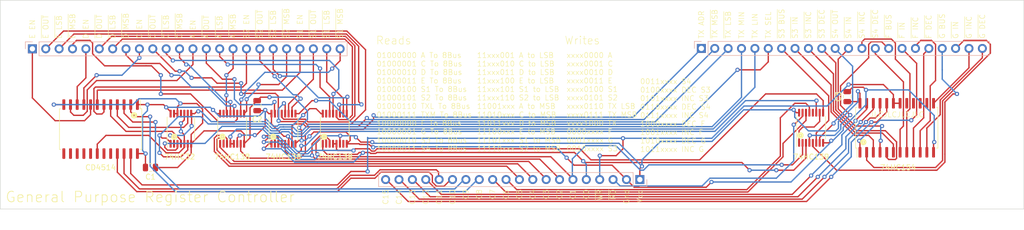
<source format=kicad_pcb>
(kicad_pcb (version 20211014) (generator pcbnew)
  (layers (0 "F.Cu" signal) (31 "B.Cu" signal) (34 "B.Paste" user) (35 "F.Paste" user) (36 "B.SilkS" user "B.Silkscreen") (37 "F.SilkS" user "F.Silkscreen") (38 "B.Mask" user) (39 "F.Mask" user) (44 "Edge.Cuts" user))
  (net 0 "")
  (net 1 "E_EN")
  (net 2 "~{E_OUT_BUS}")
  (net 3 "~{E_OUT_LSB}")
  (net 4 "~{E_OUT_MSB}")
  (net 5 "D_EN")
  (net 6 "~{D_OUT_BUS}")
  (net 7 "~{D_OUT_LSB}")
  (net 8 "~{D_OUT_MSB}")
  (net 9 "C_EN")
  (net 10 "~{C_OUT_BUS}")
  (net 11 "~{C_OUT_LSB}")
  (net 12 "~{C_OUT_MSB}")
  (net 13 "A_EN")
  (net 14 "~{A_OUT_BUS}")
  (net 15 "~{A_OUT_LSB}")
  (net 16 "~{A_OUT_MSB}")
  (net 17 "S2_EN")
  (net 18 "~{S2_OUT_BUS}")
  (net 19 "~{S2_OUT_LSB}")
  (net 20 "~{S2_OUT_MSB}")
  (net 21 "S1_EN")
  (net 22 "~{S1_OUT_BUS}")
  (net 23 "~{S1_OUT_LSB}")
  (net 24 "~{S1_OUT_MSB}")
  (net 25 "TX_ADDR_OUT")
  (net 26 "~{TX_ASSERT_MSB_MAIN}")
  (net 27 "~{TX_ASSERT_LSB_MAIN}")
  (net 28 "TX_LATCH_MSB")
  (net 29 "TX_LATCH_LSB")
  (net 30 "TX_BUS_SELECT")
  (net 31 "~{BO_S3}")
  (net 32 "~{LD_S3}")
  (net 33 "~{INC_S3}")
  (net 34 "~{DEC_S3}")
  (net 35 "~{BO_S4}")
  (net 36 "~{LD_S4}")
  (net 37 "~{INC_S4}")
  (net 38 "~{DEC_S4}")
  (net 39 "~{BO_F}")
  (net 40 "~{LD_F}")
  (net 41 "~{INC_F}")
  (net 42 "~{DEC_F}")
  (net 43 "~{BO_G}")
  (net 44 "~{LD_G}")
  (net 45 "~{INC_G}")
  (net 46 "~{DEC_G}")
  (net 47 "CONTROL0")
  (net 48 "CONTROL1")
  (net 49 "CONTROL2")
  (net 50 "/~{BUS8_ASSERT_EN}")
  (net 51 "VCC")
  (net 52 "GND")
  (net 53 "CONTROL3")
  (net 54 "CONTROL4")
  (net 55 "CONTROL5")
  (net 56 "/~{RR_BUS16_ASSERT_EN}")
  (net 60 "CONTROL8")
  (net 61 "CONTROL9")
  (net 62 "Net-(U5-Pad4)")
  (net 63 "Net-(U5-Pad5)")
  (net 69 "Net-(U5-Pad18)")
  (net 72 "CONTROL10")
  (net 73 "CONTROL11")
  (net 74 "~{GPR_WRITE}")
  (net 79 "CONTROL15")
  (net 80 "CONTROL14")
  (net 81 "CONTROL13")
  (net 82 "CONTROL12")
  (net 84 "~{GPR_READ}")
  (net 85 "CONTROL6")
  (net 86 "CONTROL7")
  (net 87 "/~{BUS16_ASSERT_EN}")
  (footprint "Package_SO:TSSOP-16_4.4x5mm_P0.65mm" (layer "F.Cu") (at 97.444666 62.484 90)
    (fp_text reference "U2" hide)
    (fp_text value "74LS138")
  )
  (footprint "Package_SO:TSSOP-16_4.4x5mm_P0.65mm" (layer "F.Cu") (at 87.701333 62.484 90)
    (fp_text reference "U3" hide)
    (fp_text value "74LS138")
  )
  (footprint "Capacitor_SMD:C_0805_2012Metric" (layer "F.Cu") (at 72.202 69.85)
    (fp_text reference "C1")
    (fp_text value "C")
  )
  (footprint "Capacitor_SMD:C_0805_2012Metric" (layer "F.Cu") (at 92.456 58.1 90)
    (fp_text reference "C2")
    (fp_text value "C")
  )
  (footprint "Package_SO:TSSOP-14_4.4x5mm_P0.65mm" (layer "F.Cu") (at 77.978 62.484 90)
    (fp_text reference "U7" hide)
    (fp_text value "74LS32")
  )
  (footprint "Package_SO:TSSOP-16_4.4x5mm_P0.65mm" (layer "F.Cu") (at 107.188 62.484 90)
    (fp_text reference "U4" hide)
    (fp_text value "74LS138")
  )
  (footprint "Package_SO:SOP-24_7.5x15.4mm_P1.27mm" (layer "F.Cu") (at 62.738 62.557 -90)
    (fp_text reference "U5" hide)
    (fp_text value "4514")
  )
  (footprint "Package_SO:TSSOP-16_4.4x5mm_P0.65mm" (layer "F.Cu") (at 197.612 62.303 90)
    (fp_text reference "U1" hide)
    (fp_text value "74LS139")
  )
  (footprint "Capacitor_SMD:C_0805_2012Metric" (layer "F.Cu") (at 204.47 56.388 90)
    (fp_text reference "C3")
    (fp_text value "C")
  )
  (footprint "Package_SO:SOP-24_7.5x15.4mm_P1.27mm" (layer "F.Cu") (at 213.868 62.303 90)
    (fp_text reference "U6" hide)
    (fp_text value "74LS154")
  )
  (footprint "Connector_PinHeader_2.54mm:PinHeader_1x20_P2.54mm_Vertical" (layer "B.Cu") (at 165.1 72.136 90)
    (fp_text reference "J1" hide)
    (fp_text value "Conn_01x21")
  )
  (footprint "Connector_PinHeader_2.54mm:PinHeader_1x24_P2.54mm_Vertical" (layer "B.Cu") (at 49.784 47.317 -90)
    (fp_text reference "J2" hide)
    (fp_text value "Conn_01x24")
  )
  (footprint "Connector_PinHeader_2.54mm:PinHeader_1x22_P2.54mm_Vertical" (layer "B.Cu") (at 176.779 47.244 -90)
    (fp_text reference "J3" hide)
    (fp_text value "Conn_01x22")
  )
  (gr_circle (center 76.708 64.008) (end 76.808 64.008) (layer "F.SilkS") (width 0.5) (fill none))
  (gr_circle (center 195.58 63.754) (end 195.68 63.754) (layer "F.SilkS") (width 0.5) (fill none))
  (gr_circle (center 207.518 65.024) (end 207.618 65.024) (layer "F.SilkS") (width 0.5) (fill none))
  (gr_circle (center 69.088 59.944) (end 69.188 59.944) (layer "F.SilkS") (width 0.5) (fill none))
  (gr_circle (center 105.156 64.008) (end 105.256 64.008) (layer "F.SilkS") (width 0.5) (fill none))
  (gr_circle (center 85.852 64.008) (end 85.952 64.008) (layer "F.SilkS") (width 0.5) (fill none))
  (gr_circle (center 95.504 64.008) (end 95.604 64.008) (layer "F.SilkS") (width 0.5) (fill none))
  (gr_rect (start 43.688 38.1) (end 237.998 77.724) (layer "Edge.Cuts") (width 0.1) (fill none))
  (gr_text "JLCJLCJLCJLC" (at 213.9 59.8) (layer "F.SilkS") (effects (font (size 1 1) (thickness 0.1))))
  (gr_text "~{S3 INC}" (at 197.104 45.466 90) (layer "F.SilkS") (effects (font (size 1 1) (thickness 0.1)) (justify left)))
  (gr_text "~{S2 LSB}" (at 95.504 45.466 90) (layer "F.SilkS") (effects (font (size 1 1) (thickness 0.1)) (justify left)))
  (gr_text "C15" (at 116.84 73.914 90) (layer "F.SilkS") (effects (font (size 1 1) (thickness 0.1)) (justify right)))
  (gr_text "Vcc" (at 165.1 73.914 90) (layer "F.SilkS") (effects (font (size 1 1) (thickness 0.1)) (justify right)))
  (gr_text "E EN" (at 49.784 45.466 90) (layer "F.SilkS") (effects (font (size 1 1) (thickness 0.1)) (justify left)))
  (gr_text "A EN" (at 80.264 45.466 90) (layer "F.SilkS") (effects (font (size 1 1) (thickness 0.1)) (justify left)))
  (gr_text "Reads" (at 118.364 45.72) (layer "F.SilkS") (effects (font (size 1.5 1.5) (thickness 0.1))))
  (gr_text "S1 EN" (at 100.584 45.466 90) (layer "F.SilkS") (effects (font (size 1 1) (thickness 0.1)) (justify left)))
  (gr_text "C11" (at 127 73.914 90) (layer "F.SilkS") (effects (font (size 1 1) (thickness 0.1)) (justify right)))
  (gr_text "C6" (at 139.7 73.914 90) (layer "F.SilkS") (effects (font (size 1 1) (thickness 0.1)) (justify right)))
  (gr_text "~{F INC}" (at 217.424 45.466 90) (layer "F.SilkS") (effects (font (size 1 1) (thickness 0.1)) (justify left)))
  (gr_text "~{A OUT}" (at 82.804 45.466 90) (layer "F.SilkS") (effects (font (size 1 1) (thickness 0.1)) (justify left)))
  (gr_text "~{F BUS}" (at 212.344 45.466 90) (layer "F.SilkS") (effects (font (size 1 1) (thickness 0.1)) (justify left)))
  (gr_text "C EN" (at 70.104 45.466 90) (layer "F.SilkS") (effects (font (size 1 1) (thickness 0.1)) (justify left)))
  (gr_text "~{TX LSB}" (at 181.864 45.466 90) (layer "F.SilkS") (effects (font (size 1 1) (thickness 0.1)) (justify left)))
  (gr_text "~{RD}" (at 160.02 73.914 90) (layer "F.SilkS") (effects (font (size 1 1) (thickness 0.1)) (justify right)))
  (gr_text "~{G BUS}" (at 222.504 45.466 90) (layer "F.SilkS") (effects (font (size 1 1) (thickness 0.1)) (justify left)))
  (gr_text "D EN" (at 59.944 45.466 90) (layer "F.SilkS") (effects (font (size 1 1) (thickness 0.1)) (justify left)))
  (gr_text "TX SEL" (at 189.484 45.466 90) (layer "F.SilkS") (effects (font (size 1 1) (thickness 0.1)) (justify left)))
  (gr_text "xxxx0000 A\nxxxx0001 C\nxxxx0010 D\nxxxx0011 E\nxxxx0100 S1\nxxxx0101 S2\nxxxx0110 TX LSB\nxxxx0111 TX MSB\nxxxx1000 TX\n0000xxxx F\n0001xxxx G\n0010xxxx S3" (at 151.13 57.404) (layer "F.SilkS") (effects (font (size 1 1) (thickness 0.1)) (justify left)))
  (gr_text "~{C MSB}" (at 77.724 45.466 90) (layer "F.SilkS") (effects (font (size 1 1) (thickness 0.1)) (justify left)))
  (gr_text "~{S3 IN}" (at 194.564 45.466 90) (layer "F.SilkS") (effects (font (size 1 1) (thickness 0.1)) (justify left)))
  (gr_text "C14" (at 119.38 73.914 90) (layer "F.SilkS") (effects (font (size 1 1) (thickness 0.1)) (justify right)))
  (gr_text "~{G DEC}" (at 230.124 45.466 90) (layer "F.SilkS") (effects (font (size 1 1) (thickness 0.1)) (justify left)))
  (gr_text "~{S1 OUT}" (at 103.124 45.466 90) (layer "F.SilkS") (effects (font (size 1 1) (thickness 0.1)) (justify left)))
  (gr_text "~{D OUT}" (at 62.484 45.466 90) (layer "F.SilkS") (effects (font (size 1 1) (thickness 0.1)) (justify left)))
  (gr_text "C9" (at 132.08 73.914 90) (layer "F.SilkS") (effects (font (size 1 1) (thickness 0.1)) (justify right)))
  (gr_text "Gnd" (at 162.56 73.914 90) (layer "F.SilkS") (effects (font (size 1 1) (thickness 0.1)) (justify right)))
  (gr_text "11xxx001 A to LSB\n11xxx010 C to LSB\n11xxx011 D to LSB\n11xxx100 E to LSB\n11xxx101 S1 to LSB \n11xxx110 S2 to LSB\n11001xxx A to MSB\n11010xxx C to MSB\n11011xxx D to MSB\n11100xxx E to MSB\n11101xxx S1 to MSB \n11110xxx S2 to MSB" (at 134.112 57.404) (layer "F.SilkS") (effects (font (size 1 1) (thickness 0.1)) (justify left)))
  (gr_text "~{A MSB}" (at 87.884 45.466 90) (layer "F.SilkS") (effects (font (size 1 1) (thickness 0.1)) (justify left)))
  (gr_text "~{E LSB}" (at 54.864 45.466 90) (layer "F.SilkS") (effects (font (size 1 1) (thickness 0.1)) (justify left)))
  (gr_text "~{S1 LSB}" (at 105.664 45.466 90) (layer "F.SilkS") (effects (font (size 1 1) (thickness 0.1)) (justify left)))
  (gr_text "~{A LSB}" (at 85.344 45.466 90) (layer "F.SilkS") (effects (font (size 1 1) (thickness 0.1)) (justify left)))
  (gr_text "TX LIN" (at 186.944 45.466 90) (layer "F.SilkS") (effects (font (size 1 1) (thickness 0.1)) (justify left)))
  (gr_text "~{F IN}" (at 214.884 45.466 90) (layer "F.SilkS") (effects (font (size 1 1) (thickness 0.1)) (justify left)))
  (gr_text "~{S3 DEC}" (at 199.644 45.466 90) (layer "F.SilkS") (effects (font (size 1 1) (thickness 0.1)) (justify left)))
  (gr_text "~{C LSB}" (at 75.184 45.466 90) (layer "F.SilkS") (effects (font (size 1 1) (thickness 0.1)) (justify left)))
  (gr_text "TX MIN" (at 184.404 45.466 90) (layer "F.SilkS") (effects (font (size 1 1) (thickness 0.1)) (justify left)))
  (gr_text "General Purpose Register Controller" (at 72.136 75.438) (layer "F.SilkS") (effects (font (size 2 2))))
  (gr_text "~{S1 MSB}" (at 108.204 45.466 90) (layer "F.SilkS") (effects (font (size 1 1) (thickness 0.1)) (justify left)))
  (gr_text "C1" (at 152.4 73.914 90) (layer "F.SilkS") (effects (font (size 1 1) (thickness 0.1)) (justify right)))
  (gr_text "C3" (at 147.32 73.914 90) (layer "F.SilkS") (effects (font (size 1 1) (thickness 0.1)) (justify right)))
  (gr_text "~{S4 DEC}" (at 209.804 45.466 90) (layer "F.SilkS") (effects (font (size 1 1) (thickness 0.1)) (justify left)))
  (gr_text "~{E OUT}" (at 52.324 45.466 90) (layer "F.SilkS") (effects (font (size 1 1) (thickness 0.1)) (justify left)))
  (gr_text "C12" (at 124.46 73.914 90) (layer "F.SilkS") (effects (font (size 1 1) (thickness 0.1)) (justify right)))
  (gr_text "~{D LSB}" (at 65.024 45.466 90) (layer "F.SilkS") (effects (font (size 1 1) (thickness 0.1)) (justify left)))
  (gr_text "Writes" (at 154.178 45.72) (layer "F.SilkS") (effects (font (size 1.5 1.5) (thickness 0.1))))
  (gr_text "TX ADR" (at 176.784 45.466 90) (layer "F.SilkS") (effects (font (size 1 1) (thickness 0.1)) (justify left)))
  (gr_text "~{D MSB}" (at 67.564 45.466 90) (layer "F.SilkS") (effects (font (size 1 1) (thickness 0.1)) (justify left)))
  (gr_text "C7" (at 137.16 73.914 90) (layer "F.SilkS") (effects (font (size 1 1) (thickness 0.1)) (justify right)))
  (gr_text "C8" (at 134.62 73.914 90) (layer "F.SilkS") (effects (font (size 1 1) (thickness 0.1)) (justify right)))
  (gr_text "C2" (at 149.86 73.914 90) (layer "F.SilkS") (effects (font (size 1 1) (thickness 0.1)) (justify right)))
  (gr_text "0011xxxx S4\n0100xxxx DEC S3\n0101xxxx INC S3\n0110xxxx DEC S4\n0111xxxx INC S4\n1000xxxx DEC F\n1001xxxx INC F\n1010xxxx DEC G\n1011xxxx INC G" (at 165.1 59.944) (layer "F.SilkS") (effects (font (size 1 1) (thickness 0.1)) (justify left)))
  (gr_text "~{G INC}" (at 227.584 45.466 90) (layer "F.SilkS") (effects (font (size 1 1) (thickness 0.1)) (justify left)))
  (gr_text "C5" (at 142.24 73.914 90) (layer "F.SilkS") (effects (font (size 1 1) (thickness 0.1)) (justify right)))
  (gr_text "~{S4 INC}" (at 207.264 45.466 90) (layer "F.SilkS") (effects (font (size 1 1) (thickness 0.1)) (justify left)))
  (gr_text "~{S3 BUS}" (at 192.024 45.466 90) (layer "F.SilkS") (effects (font (size 1 1) (thickness 0.1)) (justify left)))
  (gr_text "01000000 A To 8Bus\n01000001 C To 8Bus\n01000010 D To 8Bus\n01000011 E To 8Bus\n01000100 S1 To 8Bus\n01000101 S2 To 8Bus\n01000110 TXL To 8Bus\n01000111 TXM To 8Bus\n10000000 F To 8Bus\n10000001 G To 8Bus\n10000010 S3 To 8Bus\n10000011 S4 To 8Bus" (at 115.062 57.404) (layer "F.SilkS") (effects (font (size 1 1) (thickness 0.1)) (justify left)))
  (gr_text "~{S4 OUT}" (at 202.184 45.466 90) (layer "F.SilkS") (effects (font (size 1 1) (thickness 0.1)) (justify left)))
  (gr_text "~{F DEC}" (at 219.964 45.466 90) (layer "F.SilkS") (effects (font (size 1 1) (thickness 0.1)) (justify left)))
  (gr_text "C0" (at 154.94 73.914 90) (layer "F.SilkS") (effects (font (size 1 1) (thickness 0.1)) (justify right)))
  (gr_text "~{S2 OUT}" (at 92.964 45.466 90) (layer "F.SilkS") (effects (font (size 1 1) (thickness 0.1)) (justify left)))
  (gr_text "~{E MSB}" (at 57.404 45.466 90) (layer "F.SilkS") (effects (font (size 1 1) (thickness 0.1)) (justify left)))
  (gr_text "~{S4 IN}" (at 204.724 45.466 90) (layer "F.SilkS") (effects (font (size 1 1) (thickness 0.1)) (justify left)))
  (gr_text "~{S2 MSB}" (at 98.044 45.466 90) (layer "F.SilkS") (effects (font (size 1 1) (thickness 0.1)) (justify left)))
  (gr_text "~{WR}" (at 157.48 73.914 90) (layer "F.SilkS") (effects (font (size 1 1) (thickness 0.1)) (justify right)))
  (gr_text "C13" (at 121.92 73.914 90) (layer "F.SilkS") (effects (font (size 1 1) (thickness 0.1)) (justify right)))
  (gr_text "S2 EN" (at 90.424 45.466 90) (layer "F.SilkS") (effects (font (size 1 1) (thickness 0.1)) (justify left)))
  (gr_text "C10" (at 129.54 73.914 90) (layer "F.SilkS") (effects (font (size 1 1) (thickness 0.1)) (justify right)))
  (gr_text "C4" (at 144.78 73.914 90) (layer "F.SilkS") (effects (font (size 1 1) (thickness 0.1)) (justify right)))
  (gr_text "~{C OUT}" (at 72.644 45.466 90) (layer "F.SilkS") (effects (font (size 1 1) (thickness 0.1)) (justify left)))
  (gr_text "~{TX MSB}" (at 179.324 45.466 90) (layer "F.SilkS") (effects (font (size 1 1) (thickness 0.1)) (justify left)))
  (gr_text "~{G IN}" (at 225.044 45.466 90) (layer "F.SilkS") (effects (font (size 1 1) (thickness 0.1)) (justify left)))
  (segment (start 60.833 59.817) (end 59.69 60.96) (width 0.25) (layer "F.Cu") (net 1))
  (segment (start 54.102 60.96) (end 49.784 56.642) (width 0.25) (layer "F.Cu") (net 1))
  (segment (start 59.69 60.96) (end 54.102 60.96) (width 0.25) (layer "F.Cu") (net 1))
  (segment (start 60.833 57.907) (end 60.833 59.817) (width 0.25) (layer "F.Cu") (net 1))
  (segment (start 49.784 56.642) (end 49.784 47.317) (width 0.25) (layer "F.Cu") (net 1))
  (segment (start 55.699 43.942) (end 109.474 43.942) (width 0.25) (layer "F.Cu") (net 2))
  (segment (start 113.03 58.905704) (end 110.285215 61.650489) (width 0.25) (layer "F.Cu") (net 2))
  (segment (start 101.910792 61.650488) (end 101.393335 61.133031) (width 0.25) (layer "F.Cu") (net 2))
  (segment (start 97.769666 57.891666) (end 97.536 57.658) (width 0.25) (layer "F.Cu") (net 2))
  (segment (start 109.474 43.942) (end 113.03 47.498) (width 0.25) (layer "F.Cu") (net 2))
  (segment (start 52.324 47.317) (end 55.699 43.942) (width 0.25) (layer "F.Cu") (net 2))
  (segment (start 110.285215 61.650489) (end 101.910792 61.650488) (width 0.25) (layer "F.Cu") (net 2))
  (segment (start 97.769666 59.6215) (end 97.769666 57.891666) (width 0.25) (layer "F.Cu") (net 2))
  (segment (start 113.03 47.498) (end 113.03 58.905704) (width 0.25) (layer "F.Cu") (net 2))
  (segment (start 96.68068 61.133031) (end 96.526219 60.97857) (width 0.25) (layer "F.Cu") (net 2))
  (segment (start 101.393335 61.133031) (end 96.68068 61.133031) (width 0.25) (layer "F.Cu") (net 2))
  (via (at 97.536 57.658) (size 0.8) (drill 0.4) (layers "F.Cu" "B.Cu") (net 2))
  (via (at 96.526219 60.97857) (size 0.8) (drill 0.4) (layers "F.Cu" "B.Cu") (net 2))
  (segment (start 96.526219 58.667781) (end 96.526219 60.97857) (width 0.25) (layer "B.Cu") (net 2))
  (segment (start 97.536 57.658) (end 96.526219 58.667781) (width 0.25) (layer "B.Cu") (net 2))
  (segment (start 111.7225 57.348134) (end 112.248866 57.8745) (width 0.25) (layer "F.Cu") (net 3))
  (segment (start 109.404786 44.50849) (end 111.7225 46.826204) (width 0.25) (layer "F.Cu") (net 3))
  (segment (start 108.163 58.056268) (end 108.025026 57.918294) (width 0.25) (layer "F.Cu") (net 3))
  (segment (start 111.7225 46.826204) (end 111.7225 57.348134) (width 0.25) (layer "F.Cu") (net 3))
  (segment (start 57.67251 44.50849) (end 109.404786 44.50849) (width 0.25) (layer "F.Cu") (net 3))
  (segment (start 108.163 59.6215) (end 108.163 58.056268) (width 0.25) (layer "F.Cu") (net 3))
  (segment (start 54.864 47.317) (end 57.67251 44.50849) (width 0.25) (layer "F.Cu") (net 3))
  (via (at 112.248866 57.8745) (size 0.8) (drill 0.4) (layers "F.Cu" "B.Cu") (net 3))
  (via (at 108.025026 57.918294) (size 0.8) (drill 0.4) (layers "F.Cu" "B.Cu") (net 3))
  (segment (start 112.205072 57.918294) (end 112.248866 57.8745) (width 0.25) (layer "B.Cu") (net 3))
  (segment (start 108.025026 57.918294) (end 112.205072 57.918294) (width 0.25) (layer "B.Cu") (net 3))
  (segment (start 57.404 46.482) (end 58.166 45.72) (width 0.25) (layer "F.Cu") (net 4))
  (segment (start 88.676333 60.675667) (end 88.138 61.214) (width 0.25) (layer "F.Cu") (net 4))
  (segment (start 71.374 50.546) (end 72.39 50.546) (width 0.25) (layer "F.Cu") (net 4))
  (segment (start 63.5 50.546) (end 71.374 50.546) (width 0.25) (layer "F.Cu") (net 4))
  (segment (start 58.166 45.72) (end 60.706 45.72) (width 0.25) (layer "F.Cu") (net 4))
  (segment (start 60.706 45.72) (end 61.214 46.228) (width 0.25) (layer "F.Cu") (net 4))
  (segment (start 61.214 48.26) (end 62.484 49.53) (width 0.25) (layer "F.Cu") (net 4))
  (segment (start 88.676333 59.6215) (end 88.676333 60.675667) (width 0.25) (layer "F.Cu") (net 4))
  (segment (start 62.484 49.53) (end 63.5 50.546) (width 0.25) (layer "F.Cu") (net 4))
  (segment (start 88.138 61.214) (end 85.149704 61.214) (width 0.25) (layer "F.Cu") (net 4))
  (segment (start 61.214 47.752) (end 61.214 48.26) (width 0.25) (layer "F.Cu") (net 4))
  (segment (start 79.815704 55.88) (end 74.168 55.88) (width 0.25) (layer "F.Cu") (net 4))
  (segment (start 85.149704 61.214) (end 79.815704 55.88) (width 0.25) (layer "F.Cu") (net 4))
  (segment (start 57.404 47.317) (end 57.404 46.482) (width 0.25) (layer "F.Cu") (net 4))
  (segment (start 61.214 46.228) (end 61.214 47.752) (width 0.25) (layer "F.Cu") (net 4))
  (segment (start 72.39 50.546) (end 74.168 52.324) (width 0.25) (layer "F.Cu") (net 4))
  (via (at 74.168 52.324) (size 0.8) (drill 0.4) (layers "F.Cu" "B.Cu") (net 4))
  (via (at 74.168 55.88) (size 0.8) (drill 0.4) (layers "F.Cu" "B.Cu") (net 4))
  (segment (start 74.168 55.88) (end 74.168 52.324) (width 0.25) (layer "B.Cu") (net 4))
  (segment (start 58.293 54.483) (end 59.944 52.832) (width 0.25) (layer "F.Cu") (net 5))
  (segment (start 58.293 57.907) (end 58.293 54.483) (width 0.25) (layer "F.Cu") (net 5))
  (segment (start 59.944 52.832) (end 59.944 47.317) (width 0.25) (layer "F.Cu") (net 5))
  (segment (start 97.493825 60.68352) (end 97.119666 60.309361) (width 0.25) (layer "F.Cu") (net 6))
  (segment (start 97.119666 60.309361) (end 97.119666 59.6215) (width 0.25) (layer "F.Cu") (net 6))
  (segment (start 110.998 60.060065) (end 109.857087 61.200978) (width 0.25) (layer "F.Cu") (net 6))
  (segment (start 109.857087 61.200978) (end 102.096986 61.200978) (width 0.25) (layer "F.Cu") (net 6))
  (segment (start 101.579528 60.68352) (end 97.493825 60.68352) (width 0.25) (layer "F.Cu") (net 6))
  (segment (start 110.998 46.737408) (end 110.998 60.060065) (width 0.25) (layer "F.Cu") (net 6))
  (segment (start 102.096986 61.200978) (end 101.579528 60.68352) (width 0.25) (layer "F.Cu") (net 6))
  (segment (start 64.843 44.958) (end 109.218592 44.958) (width 0.25) (layer "F.Cu") (net 6))
  (segment (start 109.218592 44.958) (end 110.998 46.737408) (width 0.25) (layer "F.Cu") (net 6))
  (segment (start 62.484 47.317) (end 64.843 44.958) (width 0.25) (layer "F.Cu") (net 6))
  (segment (start 107.513 60.309361) (end 107.513 59.6215) (width 0.25) (layer "F.Cu") (net 7))
  (segment (start 110.527499 46.902611) (end 110.527499 59.894862) (width 0.25) (layer "F.Cu") (net 7))
  (segment (start 109.090888 45.466) (end 110.527499 46.902611) (width 0.25) (layer "F.Cu") (net 7))
  (segment (start 109.670894 60.751467) (end 107.955106 60.751467) (width 0.25) (layer "F.Cu") (net 7))
  (segment (start 65.024 47.317) (end 66.875 45.466) (width 0.25) (layer "F.Cu") (net 7))
  (segment (start 107.955106 60.751467) (end 107.513 60.309361) (width 0.25) (layer "F.Cu") (net 7))
  (segment (start 66.875 45.466) (end 109.090888 45.466) (width 0.25) (layer "F.Cu") (net 7))
  (segment (start 110.527499 59.894862) (end 109.670894 60.751467) (width 0.25) (layer "F.Cu") (net 7))
  (segment (start 67.564 48.519081) (end 69.141408 50.096489) (width 0.25) (layer "F.Cu") (net 8))
  (segment (start 88.138 58.166) (end 88.026333 58.277667) (width 0.25) (layer "F.Cu") (net 8))
  (segment (start 67.564 47.317) (end 67.564 48.519081) (width 0.25) (layer "F.Cu") (net 8))
  (segment (start 73.972489 50.096489) (end 76.2 52.324) (width 0.25) (layer "F.Cu") (net 8))
  (segment (start 69.141408 50.096489) (end 73.972489 50.096489) (width 0.25) (layer "F.Cu") (net 8))
  (segment (start 88.026333 58.277667) (end 88.026333 59.6215) (width 0.25) (layer "F.Cu") (net 8))
  (via (at 88.138 58.166) (size 0.8) (drill 0.4) (layers "F.Cu" "B.Cu") (net 8))
  (via (at 76.2 52.324) (size 0.8) (drill 0.4) (layers "F.Cu" "B.Cu") (net 8))
  (segment (start 80.01 54.61) (end 81.534 54.61) (width 0.25) (layer "B.Cu") (net 8))
  (segment (start 76.2 52.324) (end 77.724 52.324) (width 0.25) (layer "B.Cu") (net 8))
  (segment (start 87.63 58.166) (end 88.138 58.166) (width 0.25) (layer "B.Cu") (net 8))
  (segment (start 86.106 57.658) (end 86.614 58.166) (width 0.25) (layer "B.Cu") (net 8))
  (segment (start 77.724 52.324) (end 79.248 53.848) (width 0.25) (layer "B.Cu") (net 8))
  (segment (start 79.248 53.848) (end 80.01 54.61) (width 0.25) (layer "B.Cu") (net 8))
  (segment (start 81.534 54.61) (end 83.058 54.61) (width 0.25) (layer "B.Cu") (net 8))
  (segment (start 83.058 54.61) (end 86.106 57.658) (width 0.25) (layer "B.Cu") (net 8))
  (segment (start 86.614 58.166) (end 87.63 58.166) (width 0.25) (layer "B.Cu") (net 8))
  (segment (start 70.104 47.317) (end 70.104 49.022) (width 0.25) (layer "F.Cu") (net 9))
  (segment (start 59.563 57.907) (end 59.563 54.737) (width 0.25) (layer "F.Cu") (net 9))
  (segment (start 59.563 54.737) (end 61.976 52.324) (width 0.25) (layer "F.Cu") (net 9))
  (via (at 70.104 49.022) (size 0.8) (drill 0.4) (layers "F.Cu" "B.Cu") (net 9))
  (via (at 61.976 52.324) (size 0.8) (drill 0.4) (layers "F.Cu" "B.Cu") (net 9))
  (segment (start 70.104 49.022) (end 66.802 52.324) (width 0.25) (layer "B.Cu") (net 9))
  (segment (start 66.802 52.324) (end 61.976 52.324) (width 0.25) (layer "B.Cu") (net 9))
  (segment (start 96.469666 59.6215) (end 96.469666 56.337666) (width 0.25) (layer "F.Cu") (net 10))
  (segment (start 95.907499 55.775499) (end 89.512501 55.775499) (width 0.25) (layer "F.Cu") (net 10))
  (segment (start 84.836 53.848) (end 89.408 53.848) (width 0.25) (layer "F.Cu") (net 10))
  (segment (start 76.889 51.562) (end 77.47 51.562) (width 0.25) (layer "F.Cu") (net 10))
  (segment (start 83.82 52.832) (end 84.836 53.848) (width 0.25) (layer "F.Cu") (net 10))
  (segment (start 80.01 52.832) (end 83.82 52.832) (width 0.25) (layer "F.Cu") (net 10))
  (segment (start 72.644 47.317) (end 76.889 51.562) (width 0.25) (layer "F.Cu") (net 10))
  (segment (start 77.47 51.562) (end 77.724 51.562) (width 0.25) (layer "F.Cu") (net 10))
  (segment (start 89.512501 55.775499) (end 89.408 55.88) (width 0.25) (layer "F.Cu") (net 10))
  (segment (start 96.469666 56.337666) (end 95.907499 55.775499) (width 0.25) (layer "F.Cu") (net 10))
  (via (at 80.01 52.832) (size 0.8) (drill 0.4) (layers "F.Cu" "B.Cu") (net 10))
  (via (at 89.408 53.848) (size 0.8) (drill 0.4) (layers "F.Cu" "B.Cu") (net 10))
  (via (at 89.408 55.88) (size 0.8) (drill 0.4) (layers "F.Cu" "B.Cu") (net 10))
  (via (at 77.724 51.562) (size 0.8) (drill 0.4) (layers "F.Cu" "B.Cu") (net 10))
  (segment (start 78.74 51.562) (end 80.01 52.832) (width 0.25) (layer "B.Cu") (net 10))
  (segment (start 89.408 55.88) (end 89.408 53.848) (width 0.25) (layer "B.Cu") (net 10))
  (segment (start 77.724 51.562) (end 78.74 51.562) (width 0.25) (layer "B.Cu") (net 10))
  (segment (start 75.184 48.26) (end 76.454 49.53) (width 0.25) (layer "F.Cu") (net 11))
  (segment (start 75.184 47.317) (end 75.184 48.26) (width 0.25) (layer "F.Cu") (net 11))
  (segment (start 106.863 59.6215) (end 106.863 55.951927) (width 0.25) (layer "F.Cu") (net 11))
  (segment (start 106.863 55.951927) (end 106.934 55.880927) (width 0.25) (layer "F.Cu") (net 11))
  (via (at 76.454 49.53) (size 0.8) (drill 0.4) (layers "F.Cu" "B.Cu") (net 11))
  (via (at 106.934 55.880927) (size 0.8) (drill 0.4) (layers "F.Cu" "B.Cu") (net 11))
  (segment (start 107.95 54.864927) (end 106.934 55.880927) (width 0.25) (layer "B.Cu") (net 11))
  (segment (start 106.172 49.53) (end 107.95 51.308) (width 0.25) (layer "B.Cu") (net 11))
  (segment (start 107.95 51.308) (end 107.95 54.864927) (width 0.25) (layer "B.Cu") (net 11))
  (segment (start 76.454 49.53) (end 106.172 49.53) (width 0.25) (layer "B.Cu") (net 11))
  (segment (start 77.724 49.022) (end 78.994 50.292) (width 0.25) (layer "F.Cu") (net 12))
  (segment (start 77.724 47.317) (end 77.724 49.022) (width 0.25) (layer "F.Cu") (net 12))
  (segment (start 87.376333 57.404333) (end 87.376 57.404) (width 0.25) (layer "F.Cu") (net 12))
  (segment (start 87.376333 59.6215) (end 87.376333 57.404333) (width 0.25) (layer "F.Cu") (net 12))
  (via (at 78.994 50.292) (size 0.8) (drill 0.4) (layers "F.Cu" "B.Cu") (net 12))
  (via (at 87.376 57.404) (size 0.8) (drill 0.4) (layers "F.Cu" "B.Cu") (net 12))
  (segment (start 86.487704 57.404) (end 87.376 57.404) (width 0.25) (layer "B.Cu") (net 12))
  (segment (start 79.375704 50.292) (end 86.487704 57.404) (width 0.25) (layer "B.Cu") (net 12))
  (segment (start 78.994 50.292) (end 79.375704 50.292) (width 0.25) (layer "B.Cu") (net 12))
  (segment (start 57.023 57.907) (end 57.023 59.309) (width 0.25) (layer "F.Cu") (net 13))
  (segment (start 59.436 59.944) (end 60.198 59.182) (width 0.25) (layer "F.Cu") (net 13))
  (segment (start 60.198 59.182) (end 60.198 55.118) (width 0.25) (layer "F.Cu") (net 13))
  (segment (start 60.198 55.118) (end 61.976 53.34) (width 0.25) (layer "F.Cu") (net 13))
  (segment (start 57.658 59.944) (end 59.436 59.944) (width 0.25) (layer "F.Cu") (net 13))
  (segment (start 61.976 53.34) (end 77.216 53.34) (width 0.25) (layer "F.Cu") (net 13))
  (segment (start 57.023 59.309) (end 57.658 59.944) (width 0.25) (layer "F.Cu") (net 13))
  (segment (start 77.216 53.34) (end 80.264 50.292) (width 0.25) (layer "F.Cu") (net 13))
  (segment (start 80.264 50.292) (end 80.264 47.317) (width 0.25) (layer "F.Cu") (net 13))
  (segment (start 82.804 50.038) (end 85.852 53.086) (width 0.25) (layer "F.Cu") (net 14))
  (segment (start 85.852 53.086) (end 88.138 53.086) (width 0.25) (layer "F.Cu") (net 14))
  (segment (start 95.745166 59.547) (end 95.745166 57.40322) (width 0.25) (layer "F.Cu") (net 14))
  (segment (start 95.819666 59.6215) (end 95.745166 59.547) (width 0.25) (layer "F.Cu") (net 14))
  (segment (start 82.804 47.317) (end 82.804 50.038) (width 0.25) (layer "F.Cu") (net 14))
  (via (at 88.138 53.086) (size 0.8) (drill 0.4) (layers "F.Cu" "B.Cu") (net 14))
  (via (at 95.745166 57.40322) (size 0.8) (drill 0.4) (layers "F.Cu" "B.Cu") (net 14))
  (segment (start 89.1626 57.912) (end 95.236386 57.912) (width 0.25) (layer "B.Cu") (net 14))
  (segment (start 88.138 56.8874) (end 89.1626 57.912) (width 0.25) (layer "B.Cu") (net 14))
  (segment (start 88.138 53.086) (end 88.138 56.8874) (width 0.25) (layer "B.Cu") (net 14))
  (segment (start 95.236386 57.912) (end 95.745166 57.40322) (width 0.25) (layer "B.Cu") (net 14))
  (segment (start 85.344 47.317) (end 85.344 48.768) (width 0.25) (layer "F.Cu") (net 15))
  (segment (start 104.394 54.6186) (end 106.213 56.4376) (width 0.25) (layer "F.Cu") (net 15))
  (segment (start 104.394 51.054) (end 104.394 54.6186) (width 0.25) (layer "F.Cu") (net 15))
  (segment (start 106.213 56.4376) (end 106.213 59.6215) (width 0.25) (layer "F.Cu") (net 15))
  (segment (start 85.344 48.768) (end 86.868 50.292) (width 0.25) (layer "F.Cu") (net 15))
  (via (at 86.868 50.292) (size 0.8) (drill 0.4) (layers "F.Cu" "B.Cu") (net 15))
  (via (at 104.394 51.054) (size 0.8) (drill 0.4) (layers "F.Cu" "B.Cu") (net 15))
  (segment (start 103.632 50.292) (end 104.394 51.054) (width 0.25) (layer "B.Cu") (net 15))
  (segment (start 86.868 50.292) (end 103.632 50.292) (width 0.25) (layer "B.Cu") (net 15))
  (segment (start 87.884 47.317) (end 87.884 51.054) (width 0.25) (layer "F.Cu") (net 16))
  (segment (start 87.884 51.054) (end 86.614 52.324) (width 0.25) (layer "F.Cu") (net 16))
  (segment (start 86.614 56.134) (end 86.614 59.509167) (width 0.25) (layer "F.Cu") (net 16))
  (segment (start 86.614 59.509167) (end 86.726333 59.6215) (width 0.25) (layer "F.Cu") (net 16))
  (via (at 86.614 56.134) (size 0.8) (drill 0.4) (layers "F.Cu" "B.Cu") (net 16))
  (via (at 86.614 52.324) (size 0.8) (drill 0.4) (layers "F.Cu" "B.Cu") (net 16))
  (segment (start 86.614 52.324) (end 86.614 56.134) (width 0.25) (layer "B.Cu") (net 16))
  (segment (start 61.976 59.69) (end 61.468 59.182) (width 0.25) (layer "F.Cu") (net 17))
  (segment (start 61.468 54.864) (end 61.759499 54.572501) (width 0.25) (layer "F.Cu") (net 17))
  (segment (start 63.373 57.907) (end 63.373 59.309) (width 0.25) (layer "F.Cu") (net 17))
  (segment (start 61.759499 54.572501) (end 89.708099 54.572501) (width 0.25) (layer "F.Cu") (net 17))
  (segment (start 63.373 59.309) (end 62.992 59.69) (width 0.25) (layer "F.Cu") (net 17))
  (segment (start 89.708099 54.572501) (end 90.424 53.8566) (width 0.25) (layer "F.Cu") (net 17))
  (segment (start 62.992 59.69) (end 61.976 59.69) (width 0.25) (layer "F.Cu") (net 17))
  (segment (start 90.424 53.8566) (end 90.424 47.317) (width 0.25) (layer "F.Cu") (net 17))
  (segment (start 61.468 59.182) (end 61.468 54.864) (width 0.25) (layer "F.Cu") (net 17))
  (segment (start 92.964 49.633836) (end 95.782811 52.452647) (width 0.25) (layer "F.Cu") (net 18))
  (segment (start 99.069666 58.410334) (end 100.702299 56.777701) (width 0.25) (layer "F.Cu") (net 18))
  (segment (start 99.069666 59.6215) (end 99.069666 58.410334) (width 0.25) (layer "F.Cu") (net 18))
  (segment (start 92.964 47.317) (end 92.964 49.633836) (width 0.25) (layer "F.Cu") (net 18))
  (via (at 95.761949 52.515549) (size 0.8) (drill 0.4) (layers "F.Cu" "B.Cu") (net 18))
  (via (at 100.702299 56.777701) (size 0.8) (drill 0.4) (layers "F.Cu" "B.Cu") (net 18))
  (segment (start 95.761949 52.515549) (end 99.29689 56.05049) (width 0.25) (layer "B.Cu") (net 18))
  (segment (start 99.29689 56.05049) (end 99.975088 56.05049) (width 0.25) (layer "B.Cu") (net 18))
  (segment (start 99.975088 56.05049) (end 100.702299 56.777701) (width 0.25) (layer "B.Cu") (net 18))
  (segment (start 95.504 51.233001) (end 96.774 52.503001) (width 0.25) (layer "F.Cu") (net 19))
  (segment (start 109.463 56.543052) (end 109.580552 56.4255) (width 0.25) (layer "F.Cu") (net 19))
  (segment (start 95.504 47.317) (end 95.504 51.233001) (width 0.25) (layer "F.Cu") (net 19))
  (segment (start 109.463 59.6215) (end 109.463 56.543052) (width 0.25) (layer "F.Cu") (net 19))
  (via (at 109.580552 56.4255) (size 0.8) (drill 0.4) (layers "F.Cu" "B.Cu") (net 19))
  (via (at 96.774 52.503001) (size 0.8) (drill 0.4) (layers "F.Cu" "B.Cu") (net 19))
  (segment (start 96.774 52.503001) (end 100.009601 52.503001) (width 0.25) (layer "B.Cu") (net 19))
  (segment (start 109.400625 56.605427) (end 109.580552 56.4255) (width 0.25) (layer "B.Cu") (net 19))
  (segment (start 100.009601 52.503001) (end 104.112027 56.605427) (width 0.25) (layer "B.Cu") (net 19))
  (segment (start 104.112027 56.605427) (end 109.400625 56.605427) (width 0.25) (layer "B.Cu") (net 19))
  (segment (start 98.044 47.317) (end 98.044 52.5866) (width 0.25) (layer "F.Cu") (net 20))
  (segment (start 98.044 52.5866) (end 96.5286 54.102) (width 0.25) (layer "F.Cu") (net 20))
  (segment (start 90.451359 59.146474) (end 90.451359 56.894035) (width 0.25) (layer "F.Cu") (net 20))
  (segment (start 89.976333 59.6215) (end 90.451359 59.146474) (width 0.25) (layer "F.Cu") (net 20))
  (segment (start 96.5286 54.102) (end 92.71 54.102) (width 0.25) (layer "F.Cu") (net 20))
  (via (at 92.71 54.102) (size 0.8) (drill 0.4) (layers "F.Cu" "B.Cu") (net 20))
  (via (at 90.451359 56.894035) (size 0.8) (drill 0.4) (layers "F.Cu" "B.Cu") (net 20))
  (segment (start 92.71 54.102) (end 92.71 54.635394) (width 0.25) (layer "B.Cu") (net 20))
  (segment (start 92.71 54.635394) (end 90.451359 56.894035) (width 0.25) (layer "B.Cu") (net 20))
  (segment (start 97.244501 55.155499) (end 100.584 51.816) (width 0.25) (layer "F.Cu") (net 21))
  (segment (start 100.584 51.816) (end 100.584 47.317) (width 0.25) (layer "F.Cu") (net 21))
  (segment (start 62.103 57.907) (end 62.103 55.245) (width 0.25) (layer "F.Cu") (net 21))
  (segment (start 62.103 55.245) (end 62.192501 55.155499) (width 0.25) (layer "F.Cu") (net 21))
  (segment (start 62.192501 55.155499) (end 97.244501 55.155499) (width 0.25) (layer "F.Cu") (net 21))
  (segment (start 103.124 47.317) (end 103.124 53.086) (width 0.25) (layer "F.Cu") (net 22))
  (segment (start 98.419666 57.790334) (end 98.419666 59.6215) (width 0.25) (layer "F.Cu") (net 22))
  (segment (start 103.124 53.086) (end 98.419666 57.790334) (width 0.25) (layer "F.Cu") (net 22))
  (segment (start 108.813 56.7344) (end 108.813 59.6215) (width 0.25) (layer "F.Cu") (net 23))
  (segment (start 105.664 53.5854) (end 108.813 56.7344) (width 0.25) (layer "F.Cu") (net 23))
  (segment (start 105.664 47.317) (end 105.664 53.5854) (width 0.25) (layer "F.Cu") (net 23))
  (segment (start 108.204 49.567178) (end 106.69429 51.076888) (width 0.25) (layer "F.Cu") (net 24))
  (segment (start 108.204 47.317) (end 108.204 49.567178) (width 0.25) (layer "F.Cu") (net 24))
  (segment (start 89.326333 59.6215) (end 89.326333 57.093727) (width 0.25) (layer "F.Cu") (net 24))
  (segment (start 89.326333 57.093727) (end 89.454424 56.965636) (width 0.25) (layer "F.Cu") (net 24))
  (via (at 89.454424 56.965636) (size 0.8) (drill 0.4) (layers "F.Cu" "B.Cu") (net 24))
  (via (at 106.69429 51.076888) (size 0.8) (drill 0.4) (layers "F.Cu" "B.Cu") (net 24))
  (segment (start 106.69429 51.076888) (end 105.992677 51.778501) (width 0.25) (layer "B.Cu") (net 24))
  (segment (start 90.132501 56.180099) (end 89.454424 56.858176) (width 0.25) (layer "B.Cu") (net 24))
  (segment (start 93.933901 51.778501) (end 90.132501 55.579901) (width 0.25) (layer "B.Cu") (net 24))
  (segment (start 89.454424 56.858176) (end 89.454424 56.965636) (width 0.25) (layer "B.Cu") (net 24))
  (segment (start 105.992677 51.778501) (end 93.933901 51.778501) (width 0.25) (layer "B.Cu") (net 24))
  (segment (start 90.132501 55.579901) (end 90.132501 56.180099) (width 0.25) (layer "B.Cu") (net 24))
  (segment (start 114.554 59.944) (end 114.554 60.706) (width 0.25) (layer "F.Cu") (net 25))
  (segment (start 112.65902 62.60098) (end 102.57442 62.60098) (width 0.25) (layer "F.Cu") (net 25))
  (segment (start 101.615471 67.040529) (end 100.584 68.072) (width 0.25) (layer "F.Cu") (net 25))
  (segment (start 102.57442 62.60098) (end 101.615471 63.559929) (width 0.25) (layer "F.Cu") (net 25))
  (segment (start 89.326333 66.720333) (end 89.326333 65.3465) (width 0.25) (layer "F.Cu") (net 25))
  (segment (start 101.615471 63.559929) (end 101.615471 67.040529) (width 0.25) (layer "F.Cu") (net 25))
  (segment (start 114.554 60.706) (end 112.65902 62.60098) (width 0.25) (layer "F.Cu") (net 25))
  (segment (start 90.678 68.072) (end 89.326333 66.720333) (width 0.25) (layer "F.Cu") (net 25))
  (segment (start 100.584 68.072) (end 90.678 68.072) (width 0.25) (layer "F.Cu") (net 25))
  (via (at 114.554 59.944) (size 0.8) (drill 0.4) (layers "F.Cu" "B.Cu") (net 25))
  (segment (start 114.904939 60.294939) (end 114.554 59.944) (width 0.25) (layer "B.Cu") (net 25))
  (segment (start 176.779 47.317) (end 163.801062 60.294938) (width 0.25) (layer "B.Cu") (net 25))
  (segment (start 163.801062 60.294938) (end 114.904939 60.294939) (width 0.25) (layer "B.Cu") (net 25))
  (segment (start 99.443852 61.582541) (end 101.207142 61.582542) (width 0.25) (layer "F.Cu") (net 26))
  (segment (start 99.069666 61.956727) (end 99.443852 61.582541) (width 0.25) (layer "F.Cu") (net 26))
  (segment (start 101.207142 61.582542) (end 101.7246 62.1) (width 0.25) (layer "F.Cu") (net 26))
  (segment (start 101.7246 62.1) (end 111.636 62.1) (width 0.25) (layer "F.Cu") (net 26))
  (segment (start 99.069666 65.3465) (end 99.069666 61.956727) (width 0.25) (layer "F.Cu") (net 26))
  (segment (start 111.636 62.1) (end 113.284 60.452) (width 0.25) (layer "F.Cu") (net 26))
  (via (at 113.284 60.452) (size 0.8) (drill 0.4) (layers "F.Cu" "B.Cu") (net 26))
  (segment (start 179.319 47.317) (end 165.891551 60.744449) (width 0.25) (layer "B.Cu") (net 26))
  (segment (start 113.576449 60.744449) (end 113.284 60.452) (width 0.25) (layer "B.Cu") (net 26))
  (segment (start 165.891551 60.744449) (end 113.576449 60.744449) (width 0.25) (layer "B.Cu") (net 26))
  (segment (start 99.719666 59.6215) (end 100.3985 59.6215) (width 0.25) (layer "F.Cu") (net 27))
  (segment (start 100.3985 59.6215) (end 101.346 58.674) (width 0.25) (layer "F.Cu") (net 27))
  (segment (start 101.346 58.674) (end 102.87 57.15) (width 0.25) (layer "F.Cu") (net 27))
  (segment (start 102.87 57.15) (end 103.632 57.15) (width 0.25) (layer "F.Cu") (net 27))
  (via (at 103.632 57.15) (size 0.8) (drill 0.4) (layers "F.Cu" "B.Cu") (net 27))
  (segment (start 110.218771 61.193956) (end 167.982044 61.193956) (width 0.25) (layer "B.Cu") (net 27))
  (segment (start 106.174815 57.15) (end 110.218771 61.193956) (width 0.25) (layer "B.Cu") (net 27))
  (segment (start 167.982044 61.193956) (end 181.859 47.317) (width 0.25) (layer "B.Cu") (net 27))
  (segment (start 103.632 57.15) (end 106.174815 57.15) (width 0.25) (layer "B.Cu") (net 27))
  (segment (start 76.028 65.106) (end 75.184 64.262) (width 0.25) (layer "F.Cu") (net 28))
  (segment (start 75.184 64.262) (end 74.422 64.262) (width 0.25) (layer "F.Cu") (net 28))
  (segment (start 79.278 66.518) (end 77.978 67.818) (width 0.25) (layer "F.Cu") (net 28))
  (segment (start 74.422 64.262) (end 73.914 63.754) (width 0.25) (layer "F.Cu") (net 28))
  (segment (start 77.978 67.818) (end 74.676 67.818) (width 0.25) (layer "F.Cu") (net 28))
  (segment (start 79.278 65.3465) (end 79.278 66.518) (width 0.25) (layer "F.Cu") (net 28))
  (segment (start 76.028 65.3465) (end 76.028 65.106) (width 0.25) (layer "F.Cu") (net 28))
  (segment (start 74.676 67.818) (end 73.914 67.056) (width 0.25) (layer "F.Cu") (net 28))
  (via (at 73.914 67.056) (size 0.8) (drill 0.4) (layers "F.Cu" "B.Cu") (net 28))
  (via (at 73.914 63.754) (size 0.8) (drill 0.4) (layers "F.Cu" "B.Cu") (net 28))
  (segment (start 102.450863 62.092978) (end 178.826726 62.092978) (width 0.25) (layer "B.Cu") (net 28))
  (segment (start 81.788 60.198) (end 83.17498 61.58498) (width 0.25) (layer "B.Cu") (net 28))
  (segment (start 93.813572 61.58498) (end 95.127612 62.89902) (width 0.25) (layer "B.Cu") (net 28))
  (segment (start 98.827609 62.599017) (end 99.709645 63.481053) (width 0.25) (layer "B.Cu") (net 28))
  (segment (start 96.965275 62.599021) (end 97.665275 62.599021) (width 0.25) (layer "B.Cu") (net 28))
  (segment (start 99.709645 63.481053) (end 101.062788 63.481053) (width 0.25) (layer "B.Cu") (net 28))
  (segment (start 73.914 63.754) (end 77.47 60.198) (width 0.25) (layer "B.Cu") (net 28))
  (segment (start 83.17498 61.58498) (end 93.813572 61.58498) (width 0.25) (layer "B.Cu") (net 28))
  (segment (start 184.399 56.520704) (end 184.399 47.317) (width 0.25) (layer "B.Cu") (net 28))
  (segment (start 96.665276 62.89902) (end 96.965275 62.599021) (width 0.25) (layer "B.Cu") (net 28))
  (segment (start 101.062788 63.481053) (end 102.450863 62.092978) (width 0.25) (layer "B.Cu") (net 28))
  (segment (start 97.665278 62.599018) (end 98.827609 62.599017) (width 0.25) (layer "B.Cu") (net 28))
  (segment (start 77.47 60.198) (end 81.788 60.198) (width 0.25) (layer "B.Cu") (net 28))
  (segment (start 95.127612 62.89902) (end 96.665276 62.89902) (width 0.25) (layer "B.Cu") (net 28))
  (segment (start 73.914 63.754) (end 73.914 67.056) (width 0.25) (layer "B.Cu") (net 28))
  (segment (start 97.665275 62.599021) (end 97.665278 62.599018) (width 0.25) (layer "B.Cu") (net 28))
  (segment (start 178.826726 62.092978) (end 184.399 56.520704) (width 0.25) (layer "B.Cu") (net 28))
  (segment (start 77.328 66.182) (end 76.962 66.548) (width 0.25) (layer "F.Cu") (net 29))
  (segment (start 76.962 66.548) (end 75.438 66.548) (width 0.25) (layer "F.Cu") (net 29))
  (segment (start 77.328 65.3465) (end 77.328 66.182) (width 0.25) (layer "F.Cu") (net 29))
  (segment (start 75.438 66.548) (end 74.93 66.04) (width 0.25) (layer "F.Cu") (net 29))
  (segment (start 74.93 66.04) (end 74.93 65.278) (width 0.25) (layer "F.Cu") (net 29))
  (via (at 74.93 65.278) (size 0.8) (drill 0.4) (layers "F.Cu" "B.Cu") (net 29))
  (segment (start 101.286193 63.949511) (end 102.693216 62.542488) (width 0.25) (layer "B.Cu") (net 29))
  (segment (start 99.346456 63.949511) (end 101.286193 63.949511) (width 0.25) (layer "B.Cu") (net 29))
  (segment (start 97.151469 63.048531) (end 98.445476 63.048531) (width 0.25) (layer "B.Cu") (net 29))
  (segment (start 94.941419 63.348531) (end 96.851469 63.348531) (width 0.25) (layer "B.Cu") (net 29))
  (segment (start 85.794919 62.03449) (end 93.627378 62.03449) (width 0.25) (layer "B.Cu") (net 29))
  (segment (start 102.693216 62.542488) (end 179.01292 62.542488) (width 0.25) (layer "B.Cu") (net 29))
  (segment (start 186.939 54.616408) (end 186.939 47.317) (width 0.25) (layer "B.Cu") (net 29))
  (segment (start 98.445476 63.048531) (end 99.346456 63.949511) (width 0.25) (layer "B.Cu") (net 29))
  (segment (start 179.01292 62.542488) (end 186.939 54.616408) (width 0.25) (layer "B.Cu") (net 29))
  (segment (start 96.851469 63.348531) (end 97.151469 63.048531) (width 0.25) (layer "B.Cu") (net 29))
  (segment (start 93.627378 62.03449) (end 94.941419 63.348531) (width 0.25) (layer "B.Cu") (net 29))
  (segment (start 82.551409 65.278) (end 85.794919 62.03449) (width 0.25) (layer "B.Cu") (net 29))
  (segment (start 74.93 65.278) (end 82.551409 65.278) (width 0.25) (layer "B.Cu") (net 29))
  (segment (start 76.2 63.754) (end 75.946 63.754) (width 0.25) (layer "F.Cu") (net 30))
  (segment (start 183.642 51.308) (end 187.96 51.308) (width 0.25) (layer "F.Cu") (net 30))
  (segment (start 80.01 59.7035) (end 80.01 61.976) (width 0.25) (layer "F.Cu") (net 30))
  (segment (start 76.454 64.008) (end 76.2 63.754) (width 0.25) (layer "F.Cu") (net 30))
  (segment (start 189.484 49.784) (end 189.479 49.779) (width 0.25) (layer "F.Cu") (net 30))
  (segment (start 76.678 65.3465) (end 76.678 64.232) (width 0.25) (layer "F.Cu") (net 30))
  (segment (start 79.928 59.6215) (end 80.5865 59.6215) (width 0.25) (layer "F.Cu") (net 30))
  (segment (start 79.928 59.6215) (end 80.01 59.7035) (width 0.25) (layer "F.Cu") (net 30))
  (segment (start 81.026 59.182) (end 81.28 59.182) (width 0.25) (layer "F.Cu") (net 30))
  (segment (start 80.5865 59.6215) (end 81.026 59.182) (width 0.25) (layer "F.Cu") (net 30))
  (segment (start 76.678 64.232) (end 76.454 64.008) (width 0.25) (layer "F.Cu") (net 30))
  (segment (start 187.96 51.308) (end 189.484 49.784) (width 0.25) (layer "F.Cu") (net 30))
  (segment (start 189.479 49.779) (end 189.479 47.317) (width 0.25) (layer "F.Cu") (net 30))
  (via (at 75.946 63.754) (size 0.8) (drill 0.4) (layers "F.Cu" "B.Cu") (net 30))
  (via (at 81.28 59.182) (size 0.8) (drill 0.4) (layers "F.Cu" "B.Cu") (net 30))
  (via (at 80.01 61.976) (size 0.8) (drill 0.4) (layers "F.Cu" "B.Cu") (net 30))
  (via (at 183.642 51.308) (size 0.8) (drill 0.4) (layers "F.Cu" "B.Cu") (net 30))
  (segment (start 102.26467 61.643467) (end 173.306533 61.643467) (width 0.25) (layer "B.Cu") (net 30))
  (segment (start 100.876594 63.031543) (end 102.26467 61.643467) (width 0.25) (layer "B.Cu") (net 30))
  (segment (start 173.306533 61.643467) (end 183.642 51.308) (width 0.25) (layer "B.Cu") (net 30))
  (segment (start 75.946 63.754) (end 78.486 63.754) (width 0.25) (layer "B.Cu") (net 30))
  (segment (start 97.379087 62.149507) (end 97.479078 62.14951) (width 0.25) (layer "B.Cu") (net 30))
  (segment (start 80.01 62.23) (end 80.01 61.976) (width 0.25) (layer "B.Cu") (net 30))
  (segment (start 95.313805 62.449509) (end 96.479082 62.44951) (width 0.25) (layer "B.Cu") (net 30))
  (segment (start 81.788 59.182) (end 83.741469 61.135469) (width 0.25) (layer "B.Cu") (net 30))
  (segment (start 100.11266 63.031542) (end 100.876594 63.031543) (width 0.25) (layer "B.Cu") (net 30))
  (segment (start 78.486 63.754) (end 80.01 62.23) (width 0.25) (layer "B.Cu") (net 30))
  (segment (start 81.28 59.182) (end 81.788 59.182) (width 0.25) (layer "B.Cu") (net 30))
  (segment (start 83.741469 61.135469) (end 93.999766 61.13547) (width 0.25) (layer "B.Cu") (net 30))
  (segment (start 97.379084 62.14951) (end 97.379087 62.149507) (width 0.25) (layer "B.Cu") (net 30))
  (segment (start 96.479082 62.44951) (end 96.779082 62.14951) (width 0.25) (layer "B.Cu") (net 30))
  (segment (start 93.999766 61.13547) (end 95.313805 62.449509) (width 0.25) (layer "B.Cu") (net 30))
  (segment (start 97.479078 62.14951) (end 97.479081 62.149507) (width 0.25) (layer "B.Cu") (net 30))
  (segment (start 96.779082 62.14951) (end 97.379084 62.14951) (width 0.25) (layer "B.Cu") (net 30))
  (segment (start 97.479081 62.149507) (end 99.230624 62.149506) (width 0.25) (layer "B.Cu") (net 30))
  (segment (start 99.230624 62.149506) (end 100.11266 63.031542) (width 0.25) (layer "B.Cu") (net 30))
  (segment (start 200.952447 56.250447) (end 200.952447 60.921553) (width 0.25) (layer "F.Cu") (net 31))
  (segment (start 198.587 63.287) (end 198.587 65.1655) (width 0.25) (layer "F.Cu") (net 31))
  (segment (start 192.019 47.317) (end 200.952447 56.250447) (width 0.25) (layer "F.Cu") (net 31))
  (segment (start 200.952447 60.921553) (end 198.587 63.287) (width 0.25) (layer "F.Cu") (net 31))
  (segment (start 205.856288 63.754) (end 208.534 63.754) (width 0.25) (layer "F.Cu") (net 32))
  (segment (start 209.423 64.643) (end 209.423 66.953) (width 0.25) (layer "F.Cu") (net 32))
  (segment (start 201.401956 59.299668) (end 205.856288 63.754) (width 0.25) (layer "F.Cu") (net 32))
  (segment (start 194.559 47.317) (end 201.401956 54.159956) (width 0.25) (layer "F.Cu") (net 32))
  (segment (start 208.534 63.754) (end 209.423 64.643) (width 0.25) (layer "F.Cu") (net 32))
  (segment (start 201.401956 54.159956) (end 201.401956 59.299668) (width 0.25) (layer "F.Cu") (net 32))
  (segment (start 206.04248 63.304488) (end 201.851467 59.113475) (width 0.25) (layer "F.Cu") (net 33))
  (segment (start 211.113853 63.304489) (end 206.04248 63.304488) (width 0.25) (layer "F.Cu") (net 33))
  (segment (start 213.233 66.953) (end 213.233 65.423636) (width 0.25) (layer "F.Cu") (net 33))
  (segment (start 201.851468 58.47058) (end 201.851467 52.069467) (width 0.25) (layer "F.Cu") (net 33))
  (segment (start 201.851467 59.113475) (end 201.851468 58.47058) (width 0.25) (layer "F.Cu") (net 33))
  (segment (start 213.233 65.423636) (end 211.113853 63.304489) (width 0.25) (layer "F.Cu") (net 33))
  (segment (start 201.851467 52.069467) (end 197.099 47.317) (width 0.25) (layer "F.Cu") (net 33))
  (segment (start 212.344 68.326) (end 213.614 68.326) (width 0.25) (layer "F.Cu") (net 34))
  (segment (start 211.963 66.953) (end 211.963 67.945) (width 0.25) (layer "F.Cu") (net 34))
  (segment (start 213.614 68.326) (end 213.83252 68.10748) (width 0.25) (layer "F.Cu") (net 34))
  (segment (start 202.300978 49.978978) (end 199.639 47.317) (width 0.25) (layer "F.Cu") (net 34))
  (segment (start 211.698978 62.854978) (end 206.228674 62.854978) (width 0.25) (layer "F.Cu") (net 34))
  (segment (start 213.83252 64.98852) (end 211.698978 62.854978) (width 0.25) (layer "F.Cu") (net 34))
  (segment (start 202.300978 58.927282) (end 202.300979 58.284387) (width 0.25) (layer "F.Cu") (net 34))
  (segment (start 202.300979 58.284387) (end 202.300978 49.978978) (width 0.25) (layer "F.Cu") (net 34))
  (segment (start 206.228674 62.854978) (end 202.300978 58.927282) (width 0.25) (layer "F.Cu") (net 34))
  (segment (start 213.83252 68.10748) (end 213.83252 64.98852) (width 0.25) (layer "F.Cu") (net 34))
  (segment (start 211.963 67.945) (end 212.344 68.326) (width 0.25) (layer "F.Cu") (net 34))
  (segment (start 201.8755 61.5225) (end 201.8755 61.476211) (width 0.25) (layer "F.Cu") (net 35))
  (segment (start 199.237 64.161) (end 201.8755 61.5225) (width 0.25) (layer "F.Cu") (net 35))
  (segment (start 199.237 65.1655) (end 199.237 64.161) (width 0.25) (layer "F.Cu") (net 35))
  (via (at 201.8755 61.476211) (size 0.8) (drill 0.4) (layers "F.Cu" "B.Cu") (net 35))
  (segment (start 205.486 50.624) (end 205.486 57.678296) (width 0.25) (layer "B.Cu") (net 35))
  (segment (start 205.486 57.678296) (end 201.8755 61.288796) (width 0.25) (layer "B.Cu") (net 35))
  (segment (start 201.8755 61.288796) (end 201.8755 61.476211) (width 0.25) (layer "B.Cu") (net 35))
  (segment (start 202.179 47.317) (end 205.486 50.624) (width 0.25) (layer "B.Cu") (net 35))
  (segment (start 202.750489 58.741089) (end 205.9854 61.976) (width 0.25) (layer "F.Cu") (net 36))
  (segment (start 204.719 47.317) (end 202.750489 49.285511) (width 0.25) (layer "F.Cu") (net 36))
  (segment (start 205.9854 61.976) (end 211.074 61.976) (width 0.25) (layer "F.Cu") (net 36))
  (segment (start 210.82 64.77) (end 210.693 64.897) (width 0.25) (layer "F.Cu") (net 36))
  (segment (start 202.750489 49.285511) (end 202.750489 58.741089) (width 0.25) (layer "F.Cu") (net 36))
  (segment (start 210.693 64.897) (end 210.693 66.953) (width 0.25) (layer "F.Cu") (net 36))
  (via (at 211.074 61.976) (size 0.8) (drill 0.4) (layers "F.Cu" "B.Cu") (net 36))
  (via (at 210.82 64.77) (size 0.8) (drill 0.4) (layers "F.Cu" "B.Cu") (net 36))
  (segment (start 210.82 62.23) (end 210.82 64.77) (width 0.25) (layer "B.Cu") (net 36))
  (segment (start 211.074 61.976) (end 210.82 62.23) (width 0.25) (layer "B.Cu") (net 36))
  (segment (start 215.773 66.953) (end 215.773 59.306394) (width 0.25) (layer "F.Cu") (net 37))
  (segment (start 213.614 46.228) (end 212.852 45.466) (width 0.25) (layer "F.Cu") (net 37))
  (segment (start 213.614 49.276) (end 213.614 46.228) (width 0.25) (layer "F.Cu") (net 37))
  (segment (start 207.772 45.466) (end 207.259 45.979) (width 0.25) (layer "F.Cu") (net 37))
  (segment (start 207.259 45.979) (end 207.259 47.317) (width 0.25) (layer "F.Cu") (net 37))
  (segment (start 216.37252 52.03452) (end 213.614 49.276) (width 0.25) (layer "F.Cu") (net 37))
  (segment (start 216.37252 58.706874) (end 216.37252 52.03452) (width 0.25) (layer "F.Cu") (net 37))
  (segment (start 215.773 59.306394) (end 216.37252 58.706874) (width 0.25) (layer "F.Cu") (net 37))
  (segment (start 212.852 45.466) (end 207.772 45.466) (width 0.25) (layer "F.Cu") (net 37))
  (segment (start 209.799 48.255) (end 209.799 47.317) (width 0.25) (layer "F.Cu") (net 38))
  (segment (start 215.138 61.976) (end 215.138 53.594) (width 0.25) (layer "F.Cu") (net 38))
  (segment (start 214.503 66.953) (end 214.503 62.611) (width 0.25) (layer "F.Cu") (net 38))
  (segment (start 214.503 62.611) (end 215.138 61.976) (width 0.25) (layer "F.Cu") (net 38))
  (segment (start 215.138 53.594) (end 209.799 48.255) (width 0.25) (layer "F.Cu") (net 38))
  (segment (start 208.534 49.022) (end 203.2 54.356) (width 0.25) (layer "F.Cu") (net 39))
  (segment (start 210.996 45.974) (end 209.042 45.974) (width 0.25) (layer "F.Cu") (net 39))
  (segment (start 203.2 58.055775) (end 205.034412 59.890187) (width 0.25) (layer "F.Cu") (net 39))
  (segment (start 208.534 46.482) (end 208.534 49.022) (width 0.25) (layer "F.Cu") (net 39))
  (segment (start 197.287 63.825) (end 197.358 63.754) (width 0.25) (layer "F.Cu") (net 39))
  (segment (start 212.339 47.317) (end 210.996 45.974) (width 0.25) (layer "F.Cu") (net 39))
  (segment (start 209.042 45.974) (end 208.534 46.482) (width 0.25) (layer "F.Cu") (net 39))
  (segment (start 197.287 65.1655) (end 197.287 63.825) (width 0.25) (layer "F.Cu") (net 39))
  (segment (start 203.2 54.356) (end 203.2 58.055775) (width 0.25) (layer "F.Cu") (net 39))
  (via (at 205.034412 59.890187) (size 0.8) (drill 0.4) (layers "F.Cu" "B.Cu") (net 39))
  (via (at 197.358 63.754) (size 0.8) (drill 0.4) (layers "F.Cu" "B.Cu") (net 39))
  (segment (start 203.249511 61.675088) (end 205.034412 59.890187) (width 0.25) (layer "B.Cu") (net 39))
  (segment (start 197.358 63.754) (end 202.081704 63.754) (width 0.25) (layer "B.Cu") (net 39))
  (segment (start 202.081704 63.754) (end 203.249511 62.586193) (width 0.25) (layer "B.Cu") (net 39))
  (segment (start 203.249511 62.586193) (end 203.249511 61.675088) (width 0.25) (layer "B.Cu") (net 39))
  (segment (start 206.756 64.77) (end 206.883 64.897) (width 0.25) (layer "F.Cu") (net 40))
  (segment (start 217.64252 50.08052) (end 217.64252 59.861647) (width 0.25) (layer "F.Cu") (net 40))
  (segment (start 214.879 47.317) (end 217.64252 50.08052) (width 0.25) (layer "F.Cu") (net 40))
  (segment (start 206.883 64.897) (end 206.883 66.953) (width 0.25) (layer "F.Cu") (net 40))
  (segment (start 217.64252 59.861647) (end 216.6245 60.879667) (width 0.25) (layer "F.Cu") (net 40))
  (via (at 216.6245 60.879667) (size 0.8) (drill 0.4) (layers "F.Cu" "B.Cu") (net 40))
  (via (at 206.756 64.77) (size 0.8) (drill 0.4) (layers "F.Cu" "B.Cu") (net 40))
  (segment (start 206.756 64.77) (end 210.646333 60.879667) (width 0.25) (layer "B.Cu") (net 40))
  (segment (start 210.646333 60.879667) (end 216.6245 60.879667) (width 0.25) (layer "B.Cu") (net 40))
  (segment (start 217.419 46.741) (end 218.44 45.72) (width 0.25) (layer "F.Cu") (net 41))
  (segment (start 221.234 46.482) (end 221.234 53.34) (width 0.25) (layer "F.Cu") (net 41))
  (segment (start 221.234 53.34) (end 220.218 54.356) (width 0.25) (layer "F.Cu") (net 41))
  (segment (start 218.313 62.865) (end 218.313 66.953) (width 0.25) (layer "F.Cu") (net 41))
  (segment (start 220.472 45.72) (end 221.234 46.482) (width 0.25) (layer "F.Cu") (net 41))
  (segment (start 220.218 54.356) (end 220.218 60.96) (width 0.25) (layer "F.Cu") (net 41))
  (segment (start 218.44 45.72) (end 220.472 45.72) (width 0.25) (layer "F.Cu") (net 41))
  (segment (start 217.419 47.317) (end 217.419 46.741) (width 0.25) (layer "F.Cu") (net 41))
  (segment (start 220.218 60.96) (end 218.313 62.865) (width 0.25) (layer "F.Cu") (net 41))
  (segment (start 217.043 62.357) (end 217.043 66.953) (width 0.25) (layer "F.Cu") (net 42))
  (segment (start 219.959 47.317) (end 218.98348 48.29252) (width 0.25) (layer "F.Cu") (net 42))
  (segment (start 218.98348 48.29252) (end 218.98348 60.41652) (width 0.25) (layer "F.Cu") (net 42))
  (segment (start 218.98348 60.41652) (end 217.043 62.357) (width 0.25) (layer "F.Cu") (net 42))
  (segment (start 224.028 56.388) (end 224.536 55.88) (width 0.25) (layer "F.Cu") (net 43))
  (segment (start 224.536 55.88) (end 225.298 55.88) (width 0.25) (layer "F.Cu") (net 43))
  (segment (start 223.012 67.31) (end 223.012 57.404) (width 0.25) (layer "F.Cu") (net 43))
  (segment (start 197.937 65.1655) (end 197.937 65.853361) (width 0.25) (layer "F.Cu") (net 43))
  (segment (start 223.012 68.834) (end 223.012 67.31) (width 0.25) (layer "F.Cu") (net 43))
  (segment (start 211.328 70.358) (end 221.234 70.358) (width 0.25) (layer "F.Cu") (net 43))
  (segment (start 197.937 65.853361) (end 202.441639 70.358) (width 0.25) (layer "F.Cu") (net 43))
  (segment (start 221.234 70.358) (end 221.488 70.358) (width 0.25) (layer "F.Cu") (net 43))
  (segment (start 223.012 57.404) (end 224.028 56.388) (width 0.25) (layer "F.Cu") (net 43))
  (segment (start 222.504 69.342) (end 223.012 68.834) (width 0.25) (layer "F.Cu") (net 43))
  (segment (start 202.441639 70.358) (end 211.328 70.358) (width 0.25) (layer "F.Cu") (net 43))
  (segment (start 221.488 70.358) (end 222.504 69.342) (width 0.25) (layer "F.Cu") (net 43))
  (via (at 225.298 55.88) (size 0.8) (drill 0.4) (layers "F.Cu" "B.Cu") (net 43))
  (segment (start 225.298 55.88) (end 222.504 53.086) (width 0.25) (layer "B.Cu") (net 43))
  (segment (start 222.499 51.303) (end 222.499 47.317) (width 0.25) (layer "B.Cu") (net 43))
  (segment (start 222.504 53.086) (end 222.504 51.308) (width 0.25) (layer "B.Cu") (net 43))
  (segment (start 222.504 51.308) (end 222.499 51.303) (width 0.25) (layer "B.Cu") (net 43))
  (segment (start 230.886 45.72) (end 231.648 46.482) (width 0.25) (layer "F.Cu") (net 44))
  (segment (start 225.039 47.317) (end 226.636 45.72) (width 0.25) (layer "F.Cu") (net 44))
  (segment (start 222.562489 68.521511) (end 221.234 69.85) (width 0.25) (layer "F.Cu") (net 44))
  (segment (start 221.234 69.85) (end 209.55 69.85) (width 0.25) (layer "F.Cu") (net 44))
  (segment (start 231.648 48.132296) (end 222.562489 57.217807) (width 0.25) (layer "F.Cu") (net 44))
  (segment (start 226.636 45.72) (end 230.886 45.72) (width 0.25) (layer "F.Cu") (net 44))
  (segment (start 231.648 46.482) (end 231.648 48.132296) (width 0.25) (layer "F.Cu") (net 44))
  (segment (start 208.153 68.453) (end 208.153 66.953) (width 0.25) (layer "F.Cu") (net 44))
  (segment (start 209.55 69.85) (end 208.153 68.453) (width 0.25) (layer "F.Cu") (net 44))
  (segment (start 222.562489 57.217807) (end 222.562489 68.521511) (width 0.25) (layer "F.Cu") (net 44))
  (segment (start 227.579 50.927) (end 220.853 57.653) (width 0.25) (layer "F.Cu") (net 45))
  (segment (start 227.579 47.317) (end 227.579 50.927) (width 0.25) (layer "F.Cu") (net 45))
  (segment (start 219.583 62.355592) (end 219.583 66.953) (width 0.25) (layer "F.Cu") (net 46))
  (segment (start 222.112978 59.825614) (end 219.583 62.355592) (width 0.25) (layer "F.Cu") (net 46))
  (segment (start 222.112978 57.031614) (end 222.112978 59.825614) (width 0.25) (layer "F.Cu") (net 46))
  (segment (start 230.119 47.317) (end 230.119 49.025592) (width 0.25) (layer "F.Cu") (net 46))
  (segment (start 230.119 49.025592) (end 222.112978 57.031614) (width 0.25) (layer "F.Cu") (net 46))
  (segment (start 105.702449 67.348449) (end 104.913 66.559) (width 0.25) (layer "F.Cu") (net 47))
  (segment (start 154.6 68.9) (end 154.35 68.65) (width 0.25) (layer "F.Cu") (net 47))
  (segment (start 194.31 70.358) (end 191.008 70.358) (width 0.25) (layer "F.Cu") (net 47))
  (segment (start 113.813449 67) (end 111.816 67) (width 0.25) (layer "F.Cu") (net 47))
  (segment (start 115.148941 67) (end 114.967487 67.181454) (width 0.25) (layer "F.Cu") (net 47))
  (segment (start 184.47 68.9) (end 154.6 68.9) (width 0.25) (layer "F.Cu") (net 47))
  (segment (start 114.967487 67.181454) (end 114.5951 67.181453) (width 0.25) (layer "F.Cu") (net 47))
  (segment (start 154.35 68.65) (end 152.7 67) (width 0.25) (layer "F.Cu") (net 47))
  (segment (start 94.6735 65.3465) (end 93.726 66.294) (width 0.25) (layer "F.Cu") (net 47))
  (segment (start 114.5951 67.181453) (end 113.994902 67.181453) (width 0.25) (layer "F.Cu") (net 47))
  (segment (start 111.816 67) (end 111.467551 67.348449) (width 0.25) (layer "F.Cu") (net 47))
  (segment (start 152.7 67) (end 115.148941 67) (width 0.25) (layer "F.Cu") (net 47))
  (segment (start 111.467551 67.348449) (end 105.702449 67.348449) (width 0.25) (layer "F.Cu") (net 47))
  (segment (start 196.637 65.1655) (end 196.637 68.031) (width 0.25) (layer "F.Cu") (net 47))
  (segment (start 95.169666 65.3465) (end 94.6735 65.3465) (width 0.25) (layer "F.Cu") (net 47))
  (segment (start 104.913 66.559) (end 104.913 65.3465) (width 0.25) (layer "F.Cu") (net 47))
  (segment (start 196.637 68.031) (end 194.31 70.358) (width 0.25) (layer "F.Cu") (net 47))
  (segment (start 113.994902 67.181453) (end 113.813449 67) (width 0.25) (layer "F.Cu") (net 47))
  (segment (start 185.928 70.358) (end 184.47 68.9) (width 0.25) (layer "F.Cu") (net 47))
  (via (at 112.522 67.056) (size 0.8) (drill 0.4) (layers "F.Cu" "B.Cu") (net 47))
  (via (at 154.35 68.65) (size 0.8) (drill 0.4) (layers "F.Cu" "B.Cu") (net 47))
  (via (at 185.928 70.358) (size 0.8) (drill 0.4) (layers "F.Cu" "B.Cu") (net 47))
  (via (at 191.008 70.358) (size 0.8) (drill 0.4) (layers "F.Cu" "B.Cu") (net 47))
  (via (at 93.726 66.294) (size 0.8) (drill 0.4) (layers "F.Cu" "B.Cu") (net 47))
  (segment (start 110.744 68.834) (end 112.522 67.056) (width 0.25) (layer "B.Cu") (net 47))
  (segment (start 154.35 68.65) (end 154.94 69.24) (width 0.25) (layer "B.Cu") (net 47))
  (segment (start 191.008 70.358) (end 185.928 70.358) (width 0.25) (layer "B.Cu") (net 47))
  (segment (start 97.028 66.294) (end 98.044 67.31) (width 0.25) (layer "B.Cu") (net 47))
  (segment (start 98.044 67.31) (end 99.568 68.834) (width 0.25) (layer "B.Cu") (net 47))
  (segment (start 103.886 68.834) (end 110.744 68.834) (width 0.25) (layer "B.Cu") (net 47))
  (segment (start 93.726 66.294) (end 97.028 66.294) (width 0.25) (layer "B.Cu") (net 47))
  (segment (start 154.94 69.24) (end 154.94 72.136) (width 0.25) (layer "B.Cu") (net 47))
  (segment (start 99.568 68.834) (end 103.886 68.834) (width 0.25) (layer "B.Cu") (net 47))
  (segment (start 195.987 65.1655) (end 195.987 67.411) (width 0.25) (layer "F.Cu") (net 48))
  (segment (start 194.056 69.342) (end 192.024 69.342) (width 0.25) (layer "F.Cu") (net 48))
  (segment (start 95.504 64.262) (end 95.819666 64.577666) (width 0.25) (layer "F.Cu") (net 48))
  (segment (start 93.726 65.024) (end 94.488 64.262) (width 0.25) (layer "F.Cu") (net 48))
  (segment (start 105.178103 64.249511) (end 104.604045 64.249511) (width 0.25) (layer "F.Cu") (net 48))
  (segment (start 104.604045 64.249511) (end 103.632 65.221556) (width 0.25) (layer "F.Cu") (net 48))
  (segment (start 94.488 64.262) (end 95.504 64.262) (width 0.25) (layer "F.Cu") (net 48))
  (segment (start 105.563 64.634408) (end 105.178103 64.249511) (width 0.25) (layer "F.Cu") (net 48))
  (segment (start 104.359459 67.797959) (end 103.886 67.3245) (width 0.25) (layer "F.Cu") (net 48))
  (segment (start 95.819666 64.577666) (end 95.819666 65.3465) (width 0.25) (layer "F.Cu") (net 48))
  (segment (start 195.987 67.411) (end 194.056 69.342) (width 0.25) (layer "F.Cu") (net 48))
  (segment (start 105.563 65.3465) (end 105.563 64.634408) (width 0.25) (layer "F.Cu") (net 48))
  (segment (start 148.180959 67.797959) (end 104.359459 67.797959) (width 0.25) (layer "F.Cu") (net 48))
  (segment (start 103.632 67.0705) (end 103.886 67.3245) (width 0.25) (layer "F.Cu") (net 48))
  (segment (start 152.29 71.907) (end 148.180959 67.797959) (width 0.25) (layer "F.Cu") (net 48))
  (segment (start 103.632 65.221556) (end 103.632 67.0705) (width 0.25) (layer "F.Cu") (net 48))
  (via (at 103.886 67.3245) (size 0.8) (drill 0.4) (layers "F.Cu" "B.Cu") (net 48))
  (via (at 93.726 65.024) (size 0.8) (drill 0.4) (layers "F.Cu" "B.Cu") (net 48))
  (via (at 192.024 69.342) (size 0.8) (drill 0.4) (layers "F.Cu" "B.Cu") (net 48))
  (segment (start 93.726 65.024) (end 96.416888 65.024) (width 0.25) (layer "B.Cu") (net 48))
  (segment (start 96.416888 65.024) (end 99.718888 68.326) (width 0.25) (layer "B.Cu") (net 48))
  (segment (start 152.29 68.21) (end 152.29 71.907) (width 0.25) (layer "B.Cu") (net 48))
  (segment (start 103.886 67.818) (end 103.886 67.3245) (width 0.25) (layer "B.Cu") (net 48))
  (segment (start 192.024 69.342) (end 166.8071 69.342) (width 0.25) (layer "B.Cu") (net 48))
  (segment (start 166.8071 69.342) (end 165.800099 70.349001) (width 0.25) (layer "B.Cu") (net 48))
  (segment (start 103.378 68.326) (end 103.886 67.818) (width 0.25) (layer "B.Cu") (net 48))
  (segment (start 165.800099 70.349001) (end 165.199901 70.349001) (width 0.25) (layer "B.Cu") (net 48))
  (segment (start 154.8 65.7) (end 152.29 68.21) (width 0.25) (layer "B.Cu") (net 48))
  (segment (start 165.199901 70.349001) (end 160.5509 65.7) (width 0.25) (layer "B.Cu") (net 48))
  (segment (start 160.5509 65.7) (end 154.8 65.7) (width 0.25) (layer "B.Cu") (net 48))
  (segment (start 99.718888 68.326) (end 103.378 68.326) (width 0.25) (layer "B.Cu") (net 48))
  (segment (start 103.553469 68.247469) (end 146.090469 68.247469) (width 0.25) (layer "F.Cu") (net 49))
  (segment (start 146.090469 68.247469) (end 149.75 71.907) (width 0.25) (layer "F.Cu") (net 49))
  (segment (start 96.469666 64.211666) (end 96.07049 63.81249) (width 0.25) (layer "F.Cu") (net 49))
  (segment (start 104.417852 63.8) (end 102.87 65.347852) (width 0.25) (layer "F.Cu") (net 49))
  (segment (start 93.912912 63.81249) (end 93.721701 64.003701) (width 0.25) (layer "F.Cu") (net 49))
  (segment (start 102.87 65.347852) (end 102.87 67.564) (width 0.25) (layer "F.Cu") (net 49))
  (segment (start 106.213 65.3465) (end 106.213 64.648704) (width 0.25) (layer "F.Cu") (net 49))
  (segment (start 106.213 64.648704) (end 105.364296 63.8) (width 0.25) (layer "F.Cu") (net 49))
  (segment (start 105.364296 63.8) (end 104.417852 63.8) (width 0.25) (layer "F.Cu") (net 49))
  (segment (start 96.469666 65.3465) (end 96.469666 64.211666) (width 0.25) (layer "F.Cu") (net 49))
  (segment (start 102.87 67.564) (end 103.553469 68.247469) (width 0.25) (layer "F.Cu") (net 49))
  (segment (start 96.07049 63.81249) (end 93.912912 63.81249) (width 0.25) (layer "F.Cu") (net 49))
  (via (at 93.721701 64.003701) (size 0.8) (drill 0.4) (layers "F.Cu" "B.Cu") (net 49))
  (via (at 102.87 67.564) (size 0.8) (drill 0.4) (layers "F.Cu" "B.Cu") (net 49))
  (segment (start 102.87 67.564) (end 102.73498 67.69902) (width 0.25) (layer "B.Cu") (net 49))
  (segment (start 96.276147 64.247555) (end 94.569034 64.247554) (width 0.25) (layer "B.Cu") (net 49))
  (segment (start 102.73498 67.69902) (end 99.727612 67.69902) (width 0.25) (layer "B.Cu") (net 49))
  (segment (start 94.569034 64.247554) (end 94.325181 64.003701) (width 0.25) (layer "B.Cu") (net 49))
  (segment (start 99.727612 67.69902) (end 96.276147 64.247555) (width 0.25) (layer "B.Cu") (net 49))
  (segment (start 94.325181 64.003701) (end 93.721701 64.003701) (width 0.25) (layer "B.Cu") (net 49))
  (segment (start 100.836213 66.549787) (end 100.836213 65.711752) (width 0.25) (layer "F.Cu") (net 50))
  (segment (start 97.79 66.802) (end 98.298 67.31) (width 0.25) (layer "F.Cu") (net 50))
  (segment (start 198.587 57.191) (end 198.628 57.15) (width 0.25) (layer "F.Cu") (net 50))
  (segment (start 97.79 65.366834) (end 97.79 66.802) (width 0.25) (layer "F.Cu") (net 50))
  (segment (start 198.587 59.4405) (end 198.587 57.191) (width 0.25) (layer "F.Cu") (net 50))
  (segment (start 97.769666 65.3465) (end 97.79 65.366834) (width 0.25) (layer "F.Cu") (net 50))
  (segment (start 97.769666 65.3465) (end 97.119666 65.3465) (width 0.25) (layer "F.Cu") (net 50))
  (segment (start 100.076 67.31) (end 100.836213 66.549787) (width 0.25) (layer "F.Cu") (net 50))
  (segment (start 98.298 67.31) (end 100.076 67.31) (width 0.25) (layer "F.Cu") (net 50))
  (via (at 100.836213 65.711752) (size 0.8) (drill 0.4) (layers "F.Cu" "B.Cu") (net 50))
  (via (at 198.628 57.15) (size 0.8) (drill 0.4) (layers "F.Cu" "B.Cu") (net 50))
  (segment (start 185.166 57.15) (end 179.324 62.992) (width 0.25) (layer "B.Cu") (net 50))
  (segment (start 198.628 57.15) (end 185.166 57.15) (width 0.25) (layer "B.Cu") (net 50))
  (segment (start 179.324 62.992) (end 104.353206 62.992) (width 0.25) (layer "B.Cu") (net 50))
  (segment (start 104.353206 62.992) (end 101.633454 65.711752) (width 0.25) (layer "B.Cu") (net 50))
  (segment (start 101.633454 65.711752) (end 100.836213 65.711752) (width 0.25) (layer "B.Cu") (net 50))
  (segment (start 108.163 63.890522) (end 108.229022 63.8245) (width 0.25) (layer "F.Cu") (net 51))
  (segment (start 195.337 59.4405) (end 194.8225 59.4405) (width 0.25) (layer "F.Cu") (net 51))
  (segment (start 206.756 55.626) (end 206.502 55.372) (width 0.25) (layer "F.Cu") (net 51))
  (segment (start 95.169666 61.569666) (end 97.526505 63.926505) (width 0.25) (layer "F.Cu") (net 51))
  (segment (start 98.419666 65.3465) (end 98.419666 64.05073) (width 0.25) (layer "F.Cu") (net 51))
  (segment (start 206.883 55.753) (end 206.756 55.626) (width 0.25) (layer "F.Cu") (net 51))
  (segment (start 102.426 58.674) (end 101.2 59.9) (width 0.25) (layer "F.Cu") (net 51))
  (segment (start 97.526505 63.926505) (end 98.295441 63.926505) (width 0.25) (layer "F.Cu") (net 51))
  (segment (start 206.883 57.653) (end 206.883 55.753) (width 0.25) (layer "F.Cu") (net 51))
  (segment (start 88.676333 64.231667) (end 89.154 63.754) (width 0.25) (layer "F.Cu") (net 51))
  (segment (start 92.2 63.8) (end 92.1 63.8) (width 0.25) (layer "F.Cu") (net 51))
  (segment (start 204.47 57.338) (end 206.568 57.338) (width 0.25) (layer "F.Cu") (net 51))
  (segment (start 95.169666 59.6215) (end 94.6735 59.6215) (width 0.25) (layer "F.Cu") (net 51))
  (segment (start 94.6735 59.6215) (end 93.98 58.928) (width 0.25) (layer "F.Cu") (net 51))
  (segment (start 85.426333 59.6215) (end 84.7675 59.6215) (width 0.25) (layer "F.Cu") (net 51))
  (segment (start 165.1 70.0245) (end 165.5 69.6245) (width 0.25) (layer "F.Cu") (net 51))
  (segment (start 104.5795 59.6215) (end 103.632 58.674) (width 0.25) (layer "F.Cu") (net 51))
  (segment (start 92.1 63.8) (end 92 63.7) (width 0.25) (layer "F.Cu") (net 51))
  (segment (start 108.163 65.3465) (end 108.163 63.890522) (width 0.25) (layer "F.Cu") (net 51))
  (segment (start 74.676 57.912) (end 75.184 58.42) (width 0.25) (layer "F.Cu") (net 51))
  (segment (start 76.028 59.6215) (end 76.028 59.264) (width 0.25) (layer "F.Cu") (net 51))
  (segment (start 71.628 57.912) (end 74.676 57.912) (width 0.25) (layer "F.Cu") (net 51))
  (segment (start 93.858 59.05) (end 93.98 58.928) (width 0.25) (layer "F.Cu") (net 51))
  (segment (start 112.1245 65.0245) (end 114.3 65.0245) (width 0.25) (layer "F.Cu") (net 51))
  (segment (start 206.568 57.338) (end 206.883 57.653) (width 0.25) (layer "F.Cu") (net 51))
  (segment (start 88.676333 65.3465) (end 88.676333 64.231667) (width 0.25) (layer "F.Cu") (net 51))
  (segment (start 84.7675 59.6215) (end 84.074 58.928) (width 0.25) (layer "F.Cu") (net 51))
  (segment (start 194.8225 59.4405) (end 194.31 58.928) (width 0.25) (layer "F.Cu") (net 51))
  (segment (start 71.252 67.226) (end 71.271 67.207) (width 0.25) (layer "F.Cu") (net 51))
  (segment (start 165.1 72.136) (end 165.1 70.0245) (width 0.25) (layer "F.Cu") (net 51))
  (segment (start 111.2 64.1) (end 112.1245 65.0245) (width 0.25) (layer "F.Cu") (net 51))
  (segment (start 71.252 69.85) (end 71.252 67.226) (width 0.25) (layer "F.Cu") (net 51))
  (segment (start 92.456 59.05) (end 93.858 59.05) (width 0.25) (layer "F.Cu") (net 51))
  (segment (start 103.632 58.674) (end 102.426 58.674) (width 0.25) (layer "F.Cu") (net 51))
  (segment (start 98.419666 64.05073) (end 98.295441 63.926505) (width 0.25) (layer "F.Cu") (net 51))
  (segment (start 76.028 59.264) (end 75.184 58.42) (width 0.25) (layer "F.Cu") (net 51))
  (segment (start 93.98 58.928) (end 93.98 62.02) (width 0.25) (layer "F.Cu") (net 51))
  (segment (start 69.723 67.207) (end 71.271 67.207) (width 0.25) (layer "F.Cu") (net 51))
  (segment (start 93.98 62.02) (end 92.2 63.8) (width 0.25) (layer "F.Cu") (net 51))
  (segment (start 69.723 57.907) (end 71.623 57.907) (width 0.25) (layer "F.Cu") (net 51))
  (segment (start 104.913 59.6215) (end 104.5795 59.6215) (width 0.25) (layer "F.Cu") (net 51))
  (segment (start 71.623 57.907) (end 71.628 57.912) (width 0.25) (layer "F.Cu") (net 51))
  (segment (start 95.169666 59.6215) (end 95.169666 61.569666) (width 0.25) (layer "F.Cu") (net 51))
  (via (at 165.5 69.6245) (size 0.8) (drill 0.4) (layers "F.Cu" "B.Cu") (net 51))
  (via (at 71.628 57.912) (size 0.8) (drill 0.4) (layers "F.Cu" "B.Cu") (net 51))
  (via (at 93.98 58.928) (size 0.8) (drill 0.4) (layers "F.Cu" "B.Cu") (net 51))
  (via (at 206.502 55.372) (size 0.8) (drill 0.4) (layers "F.Cu" "B.Cu") (net 51))
  (via (at 108.229022 63.8245) (size 0.8) (drill 0.4) (layers "F.Cu" "B.Cu") (net 51))
  (via (at 101.2 59.9) (size 0.8) (drill 0.4) (layers "F.Cu" "B.Cu") (net 51))
  (via (at 114.3 65.0245) (size 0.8) (drill 0.4) (layers "F.Cu" "B.Cu") (net 51))
  (via (at 111.2 64.1) (size 0.8) (drill 0.4) (layers "F.Cu" "B.Cu") (net 51))
  (via (at 75.184 58.42) (size 0.8) (drill 0.4) (layers "F.Cu" "B.Cu") (net 51))
  (via (at 92 63.7) (size 0.8) (drill 0.4) (layers "F.Cu" "B.Cu") (net 51))
  (via (at 84.074 58.928) (size 0.8) (drill 0.4) (layers "F.Cu" "B.Cu") (net 51))
  (via (at 98.295441 63.926505) (size 0.8) (drill 0.4) (layers "F.Cu" "B.Cu") (net 51))
  (via (at 194.3 58.9) (size 0.8) (drill 0.4) (layers "F.Cu" "B.Cu") (net 51))
  (via (at 89.154 63.754) (size 0.8) (drill 0.4) (layers "F.Cu" "B.Cu") (net 51))
  (via (at 71.271 67.207) (size 0.8) (drill 0.4) (layers "F.Cu" "B.Cu") (net 51))
  (segment (start 206.502 57.398) (end 203.2 60.7) (width 0.25) (layer "B.Cu") (net 51))
  (segment (start 202.8 62.4) (end 202.3 62.9) (width 0.25) (layer "B.Cu") (net 51))
  (segment (start 178.8 64.9) (end 169 64.9) (width 0.25) (layer "B.Cu") (net 51))
  (segment (start 104.8755 63.8245) (end 108.229022 63.8245) (width 0.25) (layer "B.Cu") (net 51))
  (segment (start 199.9 62.9) (end 197.1 62.9) (width 0.25) (layer "B.Cu") (net 51))
  (segment (start 99.3 66) (end 100.1 66.8) (width 0.25) (layer "B.Cu") (net 51))
  (segment (start 98.295441 63.926505) (end 99.3 64.931064) (width 0.25) (layer "B.Cu") (net 51))
  (segment (start 71.628 59.072) (end 70.7 60) (width 0.25) (layer "B.Cu") (net 51))
  (segment (start 99.3 64.931064) (end 99.3 66) (width 0.25) (layer "B.Cu") (net 51))
  (segment (start 110.9245 63.8245) (end 111.2 64.1) (width 0.25) (layer "B.Cu") (net 51))
  (segment (start 114.525989 65.250489) (end 161.125989 65.250489) (width 0.25) (layer "B.Cu") (net 51))
  (segment (start 203.2 60.7) (end 202.8 61.1) (width 0.25) (layer "B.Cu") (net 51))
  (segment (start 70.7 66.636) (end 71.271 67.207) (width 0.25) (layer "B.Cu") (net 51))
  (segment (start 194.5 60.3) (end 194.5 59.1) (width 0.25) (layer "B.Cu") (net 51))
  (segment (start 93.98 60.48) (end 93.98 58.928) (width 0.25) (layer "B.Cu") (net 51))
  (segment (start 165.5 68.4) (end 165.5 69.6245) (width 0.25) (layer "B.Cu") (net 51))
  (segment (start 100.1 66.8) (end 101.9 66.8) (width 0.25) (layer "B.Cu") (net 51))
  (segment (start 108.229022 63.8245) (end 110.9245 63.8245) (width 0.25) (layer "B.Cu") (net 51))
  (segment (start 96.292889 62) (end 95.499998 61.999998) (width 0.25) (layer "B.Cu") (net 51))
  (segment (start 99.400004 61.699996) (end 96.592894 61.699996) (width 0.25) (layer "B.Cu") (net 51))
  (segment (start 92.808 60.1) (end 85.246 60.1) (width 0.25) (layer "B.Cu") (net 51))
  (segment (start 202.3 62.9) (end 199.9 62.9) (width 0.25) (layer "B.Cu") (net 51))
  (segment (start 93.98 58.928) (end 92.808 60.1) (width 0.25) (layer "B.Cu") (net 51))
  (segment (start 206.502 55.372) (end 206.502 57.398) (width 0.25) (layer "B.Cu") (net 51))
  (segment (start 114.3 65.0245) (end 114.525989 65.250489) (width 0.25) (layer "B.Cu") (net 51))
  (segment (start 194.5 59.1) (end 194.3 58.9) (width 0.25) (layer "B.Cu") (net 51))
  (segment (start 83.566 58.42) (end 84.074 58.928) (width 0.25) (layer "B.Cu") (net 51))
  (segment (start 89.208 63.7) (end 89.154 63.754) (width 0.25) (layer "B.Cu") (net 51))
  (segment (start 95.499998 61.999998) (end 93.98 60.48) (width 0.25) (layer "B.Cu") (net 51))
  (segment (start 71.628 57.912) (end 71.628 59.072) (width 0.25) (layer "B.Cu") (net 51))
  (segment (start 184.8 58.9) (end 178.8 64.9) (width 0.25) (layer "B.Cu") (net 51))
  (segment (start 101.2 59.9) (end 99.400004 61.699996) (width 0.25) (layer "B.Cu") (net 51))
  (segment (start 101.9 66.8) (end 104.8755 63.8245) (width 0.25) (layer "B.Cu") (net 51))
  (segment (start 197.1 62.9) (end 194.5 60.3) (width 0.25) (layer "B.Cu") (net 51))
  (segment (start 161.125989 65.250489) (end 165.5 69.6245) (width 0.25) (layer "B.Cu") (net 51))
  (segment (start 75.184 58.42) (end 83.566 58.42) (width 0.25) (layer "B.Cu") (net 51))
  (segment (start 85.246 60.1) (end 84.074 58.928) (width 0.25) (layer "B.Cu") (net 51))
  (segment (start 194.3 58.9) (end 184.8 58.9) (width 0.25) (layer "B.Cu") (net 51))
  (segment (start 202.8 61.1) (end 202.8 62.4) (width 0.25) (layer "B.Cu") (net 51))
  (segment (start 92 63.7) (end 89.208 63.7) (width 0.25) (layer "B.Cu") (net 51))
  (segment (start 70.7 60) (end 70.7 66.636) (width 0.25) (layer "B.Cu") (net 51))
  (segment (start 96.592894 61.699996) (end 96.292889 62) (width 0.25) (layer "B.Cu") (net 51))
  (segment (start 169 64.9) (end 165.5 68.4) (width 0.25) (layer "B.Cu") (net 51))
  (segment (start 100.89097 62.785252) (end 100.41276 62.307042) (width 0.25) (layer "F.Cu") (net 52))
  (segment (start 152.6 69.4) (end 151.2 68) (width 0.25) (layer "F.Cu") (net 52))
  (segment (start 82.1 58.8) (end 81 57.7) (width 0.25) (layer "F.Cu") (net 52))
  (segment (start 90 63.5) (end 90 65.322833) (width 0.25) (layer "F.Cu") (net 52))
  (segment (start 81 57.7) (end 77.906 57.7) (width 0.25) (layer "F.Cu") (net 52))
  (segment (start 113.999901 65.749001) (end 114.222754 65.749001) (width 0.25) (layer "F.Cu") (net 52))
  (segment (start 207.772 54.864) (end 208.026 55.118) (width 0.25) (layer "F.Cu") (net 52))
  (segment (start 220.853 65.151) (end 220.98 65.024) (width 0.25) (layer "F.Cu") (net 52))
  (segment (start 159.824 69.4) (end 152.6 69.4) (width 0.25) (layer "F.Cu") (net 52))
  (segment (start 99.719666 65.3465) (end 100.352416 64.71375) (width 0.25) (layer "F.Cu") (net 52))
  (segment (start 100.89097 64.71375) (end 100.89097 62.785252) (width 0.25) (layer "F.Cu") (net 52))
  (segment (start 109.463 65.3465) (end 110.1 64.7095) (width 0.25) (layer "F.Cu") (net 52))
  (segment (start 112.310694 65.47401) (end 113.724911 65.474011) (width 0.25) (layer "F.Cu") (net 52))
  (segment (start 207.518 54.61) (end 207.772 54.864) (width 0.25) (layer "F.Cu") (net 52))
  (segment (start 162.56 72.136) (end 159.824 69.4) (width 0.25) (layer "F.Cu") (net 52))
  (segment (start 92.456 57.15) (end 93.106 56.5) (width 0.25) (layer "F.Cu") (net 52))
  (segment (start 55.753 57.907) (end 53.853 57.907) (width 0.25) (layer "F.Cu") (net 52))
  (segment (start 89.4 62.9) (end 90 63.5) (width 0.25) (layer "F.Cu") (net 52))
  (segment (start 79.928 65.3465) (end 82.3745 62.9) (width 0.25) (layer "F.Cu") (net 52))
  (segment (start 79.928 67.272) (end 79.928 65.3465) (width 0.25) (layer "F.Cu") (net 52))
  (segment (start 113.724911 65.474011) (end 113.999901 65.749001) (width 0.25) (layer "F.Cu") (net 52))
  (segment (start 204.658 55.438) (end 205.486 54.61) (width 0.25) (layer "F.Cu") (net 52))
  (segment (start 204.47 55.438) (end 204.658 55.438) (width 0.25) (layer "F.Cu") (net 52))
  (segment (start 111.810796 65.3465) (end 111.938307 65.474011) (width 0.25) (layer "F.Cu") (net 52))
  (segment (start 178.7 72.6) (end 177.7 73.6) (width 0.25) (layer "F.Cu") (net 52))
  (segment (start 77.35 69.85) (end 79.928 67.272) (width 0.25) (layer "F.Cu") (net 52))
  (segment (start 199.887 65.1655) (end 201.0265 65.1655) (width 0.25) (layer "F.Cu") (net 52))
  (segment (start 201.0265 65.1655) (end 201.422 64.77) (width 0.25) (layer "F.Cu") (net 52))
  (segment (start 90 65.322833) (end 89.976333 65.3465) (width 0.25) (layer "F.Cu") (net 52))
  (segment (start 164.024 73.6) (end 162.56 72.136) (width 0.25) (layer "F.Cu") (net 52))
  (segment (start 76.678 59.6215) (end 77.328 59.6215) (width 0.25) (layer "F.Cu") (net 52))
  (segment (start 73.152 69.85) (end 77.35 69.85) (width 0.25) (layer "F.Cu") (net 52))
  (segment (start 177.7 73.6) (end 164.024 73.6) (width 0.25) (layer "F.Cu") (net 52))
  (segment (start 82.1 61.4) (end 82.1 58.8) (width 0.25) (layer "F.Cu") (net 52))
  (segment (start 111.938307 65.474011) (end 112.310694 65.47401) (width 0.25) (layer "F.Cu") (net 52))
  (segment (start 77.906 57.7) (end 77.328 58.278) (width 0.25) (layer "F.Cu") (net 52))
  (segment (start 93.106 56.5) (end 94.8 56.5) (width 0.25) (layer "F.Cu") (net 52))
  (segment (start 79.928 63.572) (end 82.1 61.4) (width 0.25) (layer "F.Cu") (net 52))
  (segment (start 103.220606 63.1) (end 102.392396 63.92821) (width 0.25) (layer "F.Cu") (net 52))
  (segment (start 92.456 57.15) (end 91.1 58.506) (width 0.25) (layer "F.Cu") (net 52))
  (segment (start 109.3 63.1) (end 103.220606 63.1) (width 0.25) (layer "F.Cu") (net 52))
  (segment (start 77.328 59.6215) (end 77.328 58.278) (width 0.25) (layer "F.Cu") (net 52))
  (segment (start 82.3745 62.9) (end 89.4 62.9) (width 0.25) (layer "F.Cu") (net 52))
  (segment (start 110.1 63.9) (end 109.3 63.1) (width 0.25) (layer "F.Cu") (net 52))
  (segment (start 114.222754 65.749001) (end 114.481195 66.007442) (width 0.25) (layer "F.Cu") (net 52))
  (segment (start 220.853 66.953) (end 220.853 65.151) (width 0.25) (layer "F.Cu") (net 52))
  (segment (start 100.352416 64.71375) (end 100.89097 64.71375) (width 0.25) (layer "F.Cu") (net 52))
  (segment (start 109.463 65.3465) (end 111.810796 65.3465) (width 0.25) (layer "F.Cu") (net 52))
  (segment (start 91.1 64.222833) (end 89.976333 65.3465) (width 0.25) (layer "F.Cu") (net 52))
  (segment (start 91.1 58.506) (end 91.1 64.222833) (width 0.25) (layer "F.Cu") (net 52))
  (segment (start 79.928 65.3465) (end 79.928 63.572) (width 0.25) (layer "F.Cu") (net 52))
  (segment (start 205.486 54.61) (end 207.518 54.61) (width 0.25) (layer "F.Cu") (net 52))
  (segment (start 110.1 64.7095) (end 110.1 63.9) (width 0.25) (layer "F.Cu") (net 52))
  (via (at 151.2 68) (size 0.8) (drill 0.4) (layers "F.Cu" "B.Cu") (net 52))
  (via (at 94.8 56.5) (size 0.8) (drill 0.4) (layers "F.Cu" "B.Cu") (net 52))
  (via (at 201.422 64.77) (size 0.8) (drill 0.4) (layers "F.Cu" "B.Cu") (net 52))
  (via (at 178.7 72.6) (size 0.8) (drill 0.4) (layers "F.Cu" "B.Cu") (net 52))
  (via (at 208.026 55.118) (size 0.8) (drill 0.4) (layers "F.Cu" "B.Cu") (net 52))
  (via (at 100.41276 62.307042) (size 0.8) (drill 0.4) (layers "F.Cu" "B.Cu") (net 52))
  (via (at 53.853 57.907) (size 0.8) (drill 0.4) (layers "F.Cu" "B.Cu") (net 52))
  (via (at 100.89097 64.71375) (size 0.8) (drill 0.4) (layers "F.Cu" "B.Cu") (net 52))
  (via (at 77.9 57.6955) (size 0.8) (drill 0.4) (layers "F.Cu" "B.Cu") (net 52))
  (via (at 114.481195 66.007442) (size 0.8) (drill 0.4) (layers "F.Cu" "B.Cu") (net 52))
  (via (at 102.392396 63.92821) (size 0.8) (drill 0.4) (layers "F.Cu" "B.Cu") (net 52))
  (via (at 220.98 65.024) (size 0.8) (drill 0.4) (layers "F.Cu" "B.Cu") (net 52))
  (segment (start 99.4 56.5) (end 102 59.1) (width 0.25) (layer "B.Cu") (net 52))
  (segment (start 216.118 55.118) (end 220.98 59.98) (width 0.25) (layer "B.Cu") (net 52))
  (segment (start 201.422 64.978) (end 195 71.4) (width 0.25) (layer "B.Cu") (net 52))
  (segment (start 68.893 57.907) (end 70 56.8) (width 0.25) (layer "B.Cu") (net 52))
  (segment (start 193.8 72.6) (end 178.7 72.6) (width 0.25) (layer "B.Cu") (net 52))
  (segment (start 102 59.1) (end 102 60.719802) (width 0.25) (layer "B.Cu") (net 52))
  (segment (start 77.0045 56.8) (end 77.9 57.6955) (width 0.25) (layer "B.Cu") (net 52))
  (segment (start 203.699022 62.250177) (end 203.699021 62.772387) (width 0.25) (layer "B.Cu") (net 52))
  (segment (start 208.026 55.118) (end 216.118 55.118) (width 0.25) (layer "B.Cu") (net 52))
  (segment (start 101.606856 64.71375) (end 102.392396 63.92821) (width 0.25) (layer "B.Cu") (net 52))
  (segment (start 220.98 59.98) (end 220.98 65.024) (width 0.25) (layer "B.Cu") (net 52))
  (segment (start 195 71.4) (end 193.8 72.6) (width 0.25) (layer "B.Cu") (net 52))
  (segment (start 94.8 56.5) (end 99.4 56.5) (width 0.25) (layer "B.Cu") (net 52))
  (segment (start 208.026 57.923199) (end 203.699022 62.250177) (width 0.25) (layer "B.Cu") (net 52))
  (segment (start 100.89097 64.71375) (end 101.606856 64.71375) (width 0.25) (layer "B.Cu") (net 52))
  (segment (start 201.422 64.77) (end 201.422 64.978) (width 0.25) (layer "B.Cu") (net 52))
  (segment (start 149.1 65.9) (end 114.588637 65.9) (width 0.25) (layer "B.Cu") (net 52))
  (segment (start 201.701408 64.77) (end 201.422 64.77) (width 0.25) (layer "B.Cu") (net 52))
  (segment (start 70 56.8) (end 77.0045 56.8) (width 0.25) (layer "B.Cu") (net 52))
  (segment (start 53.853 57.907) (end 68.893 57.907) (width 0.25) (layer "B.Cu") (net 52))
  (segment (start 151.2 68) (end 149.1 65.9) (width 0.25) (layer "B.Cu") (net 52))
  (segment (start 102 60.719802) (end 100.41276 62.307042) (width 0.25) (layer "B.Cu") (net 52))
  (segment (start 114.588637 65.9) (end 114.481195 66.007442) (width 0.25) (layer "B.Cu") (net 52))
  (segment (start 203.699021 62.772387) (end 201.701408 64.77) (width 0.25) (layer "B.Cu") (net 52))
  (segment (start 208.026 55.118) (end 208.026 57.923199) (width 0.25) (layer "B.Cu") (net 52))
  (segment (start 85.426333 66.034361) (end 88.08895 68.696978) (width 0.25) (layer "F.Cu") (net 53))
  (segment (start 85.426333 65.3465) (end 85.426333 66.034361) (width 0.25) (layer "F.Cu") (net 53))
  (segment (start 143.999979 68.696979) (end 147.21 71.907) (width 0.25) (layer "F.Cu") (net 53))
  (segment (start 88.08895 68.696978) (end 143.999979 68.696979) (width 0.25) (layer "F.Cu") (net 53))
  (segment (start 85.852 64.262) (end 86.106 64.516) (width 0.25) (layer "F.Cu") (net 54))
  (segment (start 86.106 64.516) (end 86.106 65.316833) (width 0.25) (layer "F.Cu") (net 54))
  (segment (start 84.836 64.516) (end 85.09 64.262) (width 0.25) (layer "F.Cu") (net 54))
  (segment (start 87.434489 69.146489) (end 84.836 66.548) (width 0.25) (layer "F.Cu") (net 54))
  (segment (start 86.106 65.316833) (end 86.076333 65.3465) (width 0.25) (layer "F.Cu") (net 54))
  (segment (start 84.836 66.548) (end 84.836 64.516) (width 0.25) (layer "F.Cu") (net 54))
  (segment (start 85.09 64.262) (end 85.852 64.262) (width 0.25) (layer "F.Cu") (net 54))
  (segment (start 141.909489 69.146489) (end 87.434489 69.146489) (width 0.25) (layer "F.Cu") (net 54))
  (segment (start 144.67 71.907) (end 141.909489 69.146489) (width 0.25) (layer "F.Cu") (net 54))
  (segment (start 86.726333 64.374333) (end 86.106 63.754) (width 0.25) (layer "F.Cu") (net 55))
  (segment (start 86.106 63.754) (end 84.836 63.754) (width 0.25) (layer "F.Cu") (net 55))
  (segment (start 84.836 63.754) (end 84.328 64.262) (width 0.25) (layer "F.Cu") (net 55))
  (segment (start 87.122 69.596) (end 139.819 69.596) (width 0.25) (layer "F.Cu") (net 55))
  (segment (start 86.726333 65.3465) (end 86.726333 64.374333) (width 0.25) (layer "F.Cu") (net 55))
  (segment (start 84.328 66.802) (end 87.122 69.596) (width 0.25) (layer "F.Cu") (net 55))
  (segment (start 139.819 69.596) (end 142.13 71.907) (width 0.25) (layer "F.Cu") (net 55))
  (segment (start 84.328 64.262) (end 84.328 66.802) (width 0.25) (layer "F.Cu") (net 55))
  (segment (start 107.513 66.365) (end 107.771948 66.623948) (width 0.25) (layer "F.Cu") (net 56))
  (segment (start 199.898 59.4295) (end 199.898 57.15) (width 0.25) (layer "F.Cu") (net 56))
  (segment (start 199.898 57.15) (end 198.628 55.88) (width 0.25) (layer "F.Cu") (net 56))
  (segment (start 88.026333 65.3465) (end 87.376333 65.3465) (width 0.25) (layer "F.Cu") (net 56))
  (segment (start 87.376 65.346167) (end 87.376333 65.3465) (width 0.25) (layer "F.Cu") (net 56))
  (segment (start 106.863 65.3465) (end 107.513 65.3465) (width 0.25) (layer "F.Cu") (net 56))
  (segment (start 111.073948 66.294) (end 110.744 66.623948) (width 0.25) (layer "F.Cu") (net 56))
  (segment (start 188.976 55.88) (end 176.456 68.4) (width 0.25) (layer "F.Cu") (net 56))
  (segment (start 114.181096 66.731943) (end 113.756694 66.307541) (width 0.25) (layer "F.Cu") (net 56))
  (segment (start 113.756694 66.307541) (end 113.756694 66.294) (width 0.25) (layer "F.Cu") (net 56))
  (segment (start 115.205696 66.294) (end 115.205696 66.307541) (width 0.25) (layer "F.Cu") (net 56))
  (segment (start 87.376 64.008) (end 87.376 65.346167) (width 0.25) (layer "F.Cu") (net 56))
  (segment (start 113.756694 66.294) (end 111.073948 66.294) (width 0.25) (layer "F.Cu") (net 56))
  (segment (start 155.812 68.4) (end 153.706 66.294) (width 0.25) (layer "F.Cu") (net 56))
  (segment (start 107.771948 66.623948) (end 110.744 66.623948) (width 0.25) (layer "F.Cu") (net 56))
  (segment (start 198.628 55.88) (end 188.976 55.88) (width 0.25) (layer "F.Cu") (net 56))
  (segment (start 176.456 68.4) (end 155.812 68.4) (width 0.25) (layer "F.Cu") (net 56))
  (segment (start 153.706 66.294) (end 115.205696 66.294) (width 0.25) (layer "F.Cu") (net 56))
  (segment (start 107.513 65.3465) (end 107.513 66.365) (width 0.25) (layer "F.Cu") (net 56))
  (segment (start 199.887 59.4405) (end 199.898 59.4295) (width 0.25) (layer "F.Cu") (net 56))
  (segment (start 114.781294 66.731943) (end 114.181096 66.731943) (width 0.25) (layer "F.Cu") (net 56))
  (segment (start 115.205696 66.307541) (end 114.781294 66.731943) (width 0.25) (layer "F.Cu") (net 56))
  (via (at 110.744 66.623948) (size 0.8) (drill 0.4) (layers "F.Cu" "B.Cu") (net 56))
  (via (at 87.376 64.008) (size 0.8) (drill 0.4) (layers "F.Cu" "B.Cu") (net 56))
  (segment (start 99.913807 67.249511) (end 102.086194 67.24951) (width 0.25) (layer "B.Cu") (net 56))
  (segment (start 87.376 64.008) (end 87.376 63.754) (width 0.25) (layer "B.Cu") (net 56))
  (segment (start 87.376 63.754) (end 88.558586 62.571414) (width 0.25) (layer "B.Cu") (net 56))
  (segment (start 93.528598 62.571414) (end 94.755228 63.798044) (width 0.25) (layer "B.Cu") (net 56))
  (segment (start 88.558586 62.571414) (end 93.528598 62.571414) (width 0.25) (layer "B.Cu") (net 56))
  (segment (start 96.46234 63.798044) (end 99.913807 67.249511) (width 0.25) (layer "B.Cu") (net 56))
  (segment (start 110.720052 66.6) (end 110.744 66.623948) (width 0.25) (layer "B.Cu") (net 56))
  (segment (start 102.735704 66.6) (end 110.720052 66.6) (width 0.25) (layer "B.Cu") (net 56))
  (segment (start 102.086194 67.24951) (end 102.735704 66.6) (width 0.25) (layer "B.Cu") (net 56))
  (segment (start 94.755228 63.798044) (end 96.46234 63.798044) (width 0.25) (layer "B.Cu") (net 56))
  (segment (start 68.453 59.309) (end 69.342 60.198) (width 0.25) (layer "F.Cu") (net 60))
  (segment (start 68.453 57.907) (end 68.453 59.309) (width 0.25) (layer "F.Cu") (net 60))
  (segment (start 69.342 60.198) (end 71.882 60.198) (width 0.25) (layer "F.Cu") (net 60))
  (segment (start 71.882 60.198) (end 72.136 60.198) (width 0.25) (layer "F.Cu") (net 60))
  (via (at 72.136 60.198) (size 0.8) (drill 0.4) (layers "F.Cu" "B.Cu") (net 60))
  (segment (start 131.995 74.422) (end 134.51 71.907) (width 0.25) (layer "B.Cu") (net 60))
  (segment (start 76.962 74.422) (end 131.995 74.422) (width 0.25) (layer "B.Cu") (net 60))
  (segment (start 72.136 69.596) (end 76.962 74.422) (width 0.25) (layer "B.Cu") (net 60))
  (segment (start 72.136 60.198) (end 72.136 69.596) (width 0.25) (layer "B.Cu") (net 60))
  (segment (start 67.183 59.563) (end 68.834 61.214) (width 0.25) (layer "F.Cu") (net 61))
  (segment (start 68.834 61.214) (end 73.152 61.214) (width 0.25) (layer "F.Cu") (net 61))
  (segment (start 67.183 57.907) (end 67.183 59.563) (width 0.25) (layer "F.Cu") (net 61))
  (via (at 73.152 61.214) (size 0.8) (drill 0.4) (layers "F.Cu" "B.Cu") (net 61))
  (segment (start 77.724 73.914) (end 129.963 73.914) (width 0.25) (layer "B.Cu") (net 61))
  (segment locked (start 73.152 62.484) (end 73.152 69.342) (width 0.25) (layer "B.Cu") (net 61))
  (segment (start 73.152 62.484) (end 73.152 61.214) (width 0.25) (layer "B.Cu") (net 61))
  (segment (start 73.152 69.342) (end 77.724 73.914) (width 0.25) (layer "B.Cu") (net 61))
  (segment (start 129.963 73.914) (end 131.97 71.907) (width 0.25) (layer "B.Cu") (net 61))
  (segment (start 68.072 62.23) (end 78.486 62.23) (width 0.25) (layer "F.Cu") (net 62))
  (segment (start 78.486 62.23) (end 79.278 61.438) (width 0.25) (layer "F.Cu") (net 62))
  (segment (start 65.913 60.071) (end 68.072 62.23) (width 0.25) (layer "F.Cu") (net 62))
  (segment (start 65.913 57.907) (end 65.913 60.071) (width 0.25) (layer "F.Cu") (net 62))
  (segment (start 79.278 61.438) (end 79.278 59.6215) (width 0.25) (layer "F.Cu") (net 62))
  (segment (start 64.643 60.071) (end 67.564 62.992) (width 0.25) (layer "F.Cu") (net 63))
  (segment (start 77.978 64.658639) (end 77.978 65.3465) (width 0.25) (layer "F.Cu") (net 63))
  (segment (start 67.564 62.992) (end 76.311361 62.992) (width 0.25) (layer "F.Cu") (net 63))
  (segment (start 76.311361 62.992) (end 77.978 64.658639) (width 0.25) (layer "F.Cu") (net 63))
  (segment (start 64.643 57.907) (end 64.643 60.071) (width 0.25) (layer "F.Cu") (net 63))
  (segment (start 71.882 63.754) (end 75.184 67.056) (width 0.25) (layer "F.Cu") (net 69))
  (segment (start 75.184 67.056) (end 77.606361 67.056) (width 0.25) (layer "F.Cu") (net 69))
  (segment (start 63.754 63.754) (end 71.882 63.754) (width 0.25) (layer "F.Cu") (net 69))
  (segment (start 78.628 63.642) (end 77.978 62.992) (width 0.25) (layer "F.Cu") (net 69))
  (segment (start 62.103 65.405) (end 63.754 63.754) (width 0.25) (layer "F.Cu") (net 69))
  (segment (start 78.628 59.6215) (end 78.628 60.818) (width 0.25) (layer "F.Cu") (net 69))
  (segment (start 62.103 67.207) (end 62.103 65.405) (width 0.25) (layer "F.Cu") (net 69))
  (segment (start 78.628 66.034361) (end 78.628 65.3465) (width 0.25) (layer "F.Cu") (net 69))
  (segment (start 78.628 65.3465) (end 78.628 63.642) (width 0.25) (layer "F.Cu") (net 69))
  (segment (start 78.628 60.818) (end 77.978 61.468) (width 0.25) (layer "F.Cu") (net 69))
  (segment (start 77.606361 67.056) (end 78.628 66.034361) (width 0.25) (layer "F.Cu") (net 69))
  (via (at 77.978 61.468) (size 0.8) (drill 0.4) (layers "F.Cu" "B.Cu") (net 69))
  (via (at 77.978 62.992) (size 0.8) (drill 0.4) (layers "F.Cu" "B.Cu") (net 69))
  (segment (start 77.978 62.992) (end 77.978 61.468) (width 0.25) (layer "B.Cu") (net 69))
  (segment (start 126.492 73.406) (end 127.931 73.406) (width 0.25) (layer "F.Cu") (net 72))
  (segment (start 107.696 74.422) (end 110.236 71.882) (width 0.25) (layer "F.Cu") (net 72))
  (segment (start 65.913 67.207) (end 65.913 70.739) (width 0.25) (layer "F.Cu") (net 72))
  (segment (start 110.236 71.882) (end 114.808 71.882) (width 0.25) (layer "F.Cu") (net 72))
  (segment (start 69.596 74.422) (end 107.696 74.422) (width 0.25) (layer "F.Cu") (net 72))
  (segment (start 125.088489 70.732489) (end 125.715489 71.359489) (width 0.25) (layer "F.Cu") (net 72))
  (segment (start 125.715489 71.359489) (end 125.715489 72.629489) (width 0.25) (layer "F.Cu") (net 72))
  (segment (start 114.808 71.882) (end 115.957511 70.732489) (width 0.25) (layer "F.Cu") (net 72))
  (segment (start 65.913 70.739) (end 69.596 74.422) (width 0.25) (layer "F.Cu") (net 72))
  (segment (start 127.931 73.406) (end 129.43 71.907) (width 0.25) (layer "F.Cu") (net 72))
  (segment (start 115.957511 70.732489) (end 125.088489 70.732489) (width 0.25) (layer "F.Cu") (net 72))
  (segment (start 125.715489 72.629489) (end 126.492 73.406) (width 0.25) (layer "F.Cu") (net 72))
  (segment (start 67.183 70.993) (end 70.104 73.914) (width 0.25) (layer "F.Cu") (net 73))
  (segment (start 126.46806 70.282979) (end 126.89 70.704919) (width 0.25) (layer "F.Cu") (net 73))
  (segment (start 126.89 70.704919) (end 126.89 71.907) (width 0.25) (layer "F.Cu") (net 73))
  (segment (start 114.728807 71.325489) (end 115.771318 70.282978) (width 0.25) (layer "F.Cu") (net 73))
  (segment (start 67.183 67.207) (end 67.183 70.993) (width 0.25) (layer "F.Cu") (net 73))
  (segment (start 115.771318 70.282978) (end 126.46806 70.282979) (width 0.25) (layer "F.Cu") (net 73))
  (segment (start 110.156807 71.325489) (end 114.728807 71.325489) (width 0.25) (layer "F.Cu") (net 73))
  (segment (start 70.104 73.914) (end 107.568296 73.914) (width 0.25) (layer "F.Cu") (net 73))
  (segment (start 107.568296 73.914) (end 110.156807 71.325489) (width 0.25) (layer "F.Cu") (net 73))
  (segment (start 212.598 55.372) (end 211.328 54.102) (width 0.25) (layer "F.Cu") (net 74))
  (segment (start 107.694592 73.152) (end 110.245603 70.600989) (width 0.25) (layer "F.Cu") (net 74))
  (segment (start 68.453 70.993) (end 70.612 73.152) (width 0.25) (layer "F.Cu") (net 74))
  (segment (start 211.328 54.102) (end 204.724 54.102) (width 0.25) (layer "F.Cu") (net 74))
  (segment (start 161.9 64.3) (end 161.9 66.3) (width 0.25) (layer "F.Cu") (net 74))
  (segment (start 213.233 57.653) (end 213.233 56.007) (width 0.25) (layer "F.Cu") (net 74))
  (segment (start 110.245603 70.600989) (end 113.418452 70.600989) (width 0.25) (layer "F.Cu") (net 74))
  (segment (start 70.612 73.152) (end 107.694592 73.152) (width 0.25) (layer "F.Cu") (net 74))
  (segment (start 161.9 66.3) (end 160.6 67.6) (width 0.25) (layer "F.Cu") (net 74))
  (segment (start 214.503 57.653) (end 213.233 57.653) (width 0.25) (layer "F.Cu") (net 74))
  (segment (start 160.6 67.6) (end 157.5 67.6) (width 0.25) (layer "F.Cu") (net 74))
  (segment (start 213.233 56.007) (end 212.598 55.372) (width 0.25) (layer "F.Cu") (net 74))
  (segment (start 68.453 67.207) (end 68.453 70.993) (width 0.25) (layer "F.Cu") (net 74))
  (via (at 157.5 67.6) (size 0.8) (drill 0.4) (layers "F.Cu" "B.Cu") (net 74))
  (via (at 204.724 54.102) (size 0.8) (drill 0.4) (layers "F.Cu" "B.Cu") (net 74))
  (via (at 161.9 64.3) (size 0.8) (drill 0.4) (layers "F.Cu" "B.Cu") (net 74))
  (via (at 113.418452 70.600989) (size 0.8) (drill 0.4) (layers "F.Cu" "B.Cu") (net 74))
  (segment (start 161.9 64.3) (end 113.561504 64.3) (width 0.25) (layer "B.Cu") (net 74))
  (segment (start 113.418452 64.156948) (end 113.418452 70.600989) (width 0.25) (layer "B.Cu") (net 74))
  (segment (start 184.888797 58.175499) (end 178.764296 64.3) (width 0.25) (layer "B.Cu") (net 74))
  (segment (start 113.561504 64.3) (end 113.418452 64.156948) (width 0.25) (layer "B.Cu") (net 74))
  (segment (start 157.48 67.62) (end 157.5 67.6) (width 0.25) (layer "B.Cu") (net 74))
  (segment (start 157.48 72.136) (end 157.48 67.62) (width 0.25) (layer "B.Cu") (net 74))
  (segment (start 200.650501 58.175499) (end 184.888797 58.175499) (width 0.25) (layer "B.Cu") (net 74))
  (segment (start 178.764296 64.3) (end 161.9 64.3) (width 0.25) (layer "B.Cu") (net 74))
  (segment (start 204.724 54.102) (end 200.650501 58.175499) (width 0.25) (layer "B.Cu") (net 74))
  (segment (start 121.120062 76.297062) (end 196.752938 76.297062) (width 0.25) (layer "F.Cu") (net 79))
  (segment (start 116.73 71.907) (end 121.120062 76.297062) (width 0.25) (layer "F.Cu") (net 79))
  (segment (start 211.963 57.653) (end 211.963 59.309) (width 0.25) (layer "F.Cu") (net 79))
  (segment (start 210.045012 61.226988) (end 209.054988 61.226988) (width 0.25) (layer "F.Cu") (net 79))
  (segment (start 196.752938 76.297062) (end 201.422 71.628) (width 0.25) (layer "F.Cu") (net 79))
  (segment (start 211.963 59.309) (end 210.045012 61.226988) (width 0.25) (layer "F.Cu") (net 79))
  (via (at 209.054988 61.226988) (size 0.8) (drill 0.4) (layers "F.Cu" "B.Cu") (net 79))
  (via (at 201.422 71.628) (size 0.8) (drill 0.4) (layers "F.Cu" "B.Cu") (net 79))
  (segment (start 205.232 67.818) (end 205.232 65.049976) (width 0.25) (layer "B.Cu") (net 79))
  (segment (start 201.422 71.628) (end 205.232 67.818) (width 0.25) (layer "B.Cu") (net 79))
  (segment (start 205.232 65.049976) (end 209.054988 61.226988) (width 0.25) (layer "B.Cu") (net 79))
  (segment (start 210.693 59.563) (end 209.804 60.452) (width 0.25) (layer "F.Cu") (net 80))
  (segment (start 209.804 60.452) (end 208.805378 60.452) (width 0.25) (layer "F.Cu") (net 80))
  (segment (start 208.805378 60.452) (end 208.039154 61.218224) (width 0.25) (layer "F.Cu") (net 80))
  (segment (start 210.693 57.653) (end 210.693 59.563) (width 0.25) (layer "F.Cu") (net 80))
  (segment (start 195.932445 75.847555) (end 123.210555 75.847555) (width 0.25) (layer "F.Cu") (net 80))
  (segment (start 123.210555 75.847555) (end 119.27 71.907) (width 0.25) (layer "F.Cu") (net 80))
  (segment (start 200.152 71.628) (end 195.932445 75.847555) (width 0.25) (layer "F.Cu") (net 80))
  (via (at 200.152 71.628) (size 0.8) (drill 0.4) (layers "F.Cu" "B.Cu") (net 80))
  (via (at 208.039154 61.218224) (size 0.8) (drill 0.4) (layers "F.Cu" "B.Cu") (net 80))
  (segment (start 207.764188 61.48441) (end 208.030374 61.218224) (width 0.25) (layer "B.Cu") (net 80))
  (segment (start 207.764188 61.526822) (end 207.764188 61.48441) (width 0.25) (layer "B.Cu") (net 80))
  (segment (start 200.152 71.628) (end 204.724 67.056) (width 0.25) (layer "B.Cu") (net 80))
  (segment (start 207.297374 61.951224) (end 207.339786 61.951224) (width 0.25) (layer "B.Cu") (net 80))
  (segment (start 204.724 64.524598) (end 207.297374 61.951224) (width 0.25) (layer "B.Cu") (net 80))
  (segment (start 204.724 67.056) (end 204.724 64.524598) (width 0.25) (layer "B.Cu") (net 80))
  (segment (start 208.030374 61.218224) (end 208.039154 61.218224) (width 0.25) (layer "B.Cu") (net 80))
  (segment (start 207.339786 61.951224) (end 207.764188 61.526822) (width 0.25) (layer "B.Cu") (net 80))
  (segment (start 207.039687 61.184313) (end 207.039687 61.226723) (width 0.25) (layer "F.Cu") (net 81))
  (segment (start 195.111956 75.398044) (end 125.301044 75.398044) (width 0.25) (layer "F.Cu") (net 81))
  (segment (start 198.882 71.628) (end 195.111956 75.398044) (width 0.25) (layer "F.Cu") (net 81))
  (segment (start 209.423 58.801) (end 207.039687 61.184313) (width 0.25) (layer "F.Cu") (net 81))
  (segment (start 209.423 57.653) (end 209.423 58.801) (width 0.25) (layer "F.Cu") (net 81))
  (segment (start 125.301044 75.398044) (end 121.81 71.907) (width 0.25) (layer "F.Cu") (net 81))
  (via (at 207.039687 61.226723) (size 0.8) (drill 0.4) (layers "F.Cu" "B.Cu") (net 81))
  (via (at 198.882 71.628) (size 0.8) (drill 0.4) (layers "F.Cu" "B.Cu") (net 81))
  (segment (start 207.039687 61.226723) (end 206.997277 61.226723) (width 0.25) (layer "B.Cu") (net 81))
  (segment (start 204.216 65.278) (end 204.216 66.294) (width 0.25) (layer "B.Cu") (net 81))
  (segment (start 204.216 64.008) (end 204.216 65.278) (width 0.25) (layer "B.Cu") (net 81))
  (segment (start 199.39 71.12) (end 198.882 71.628) (width 0.25) (layer "B.Cu") (net 81))
  (segment (start 204.724 63.5) (end 204.216 64.008) (width 0.25) (layer "B.Cu") (net 81))
  (segment (start 204.216 66.294) (end 199.39 71.12) (width 0.25) (layer "B.Cu") (net 81))
  (segment (start 206.997277 61.226723) (end 204.724 63.5) (width 0.25) (layer "B.Cu") (net 81))
  (segment (start 127.39153 74.94853) (end 194.03747 74.94853) (width 0.25) (layer "F.Cu") (net 82))
  (segment (start 124.35 71.907) (end 127.39153 74.94853) (width 0.25) (layer "F.Cu") (net 82))
  (segment (start 208.153 57.653) (end 208.153 58.801) (width 0.25) (layer "F.Cu") (net 82))
  (segment (start 208.153 58.801) (end 206.030221 60.923779) (width 0.25) (layer "F.Cu") (net 82))
  (segment (start 206.030221 60.923779) (end 206.030221 60.993727) (width 0.25) (layer "F.Cu") (net 82))
  (segment (start 194.03747 74.94853) (end 197.612 71.374) (width 0.25) (layer "F.Cu") (net 82))
  (via (at 197.612 71.374) (size 0.8) (drill 0.4) (layers "F.Cu" "B.Cu") (net 82))
  (via (at 206.030221 60.993727) (size 0.8) (drill 0.4) (layers "F.Cu" "B.Cu") (net 82))
  (segment (start 203.454 63.653112) (end 206.030221 61.076891) (width 0.25) (layer "B.Cu") (net 82))
  (segment (start 197.612 71.374) (end 203.454 65.532) (width 0.25) (layer "B.Cu") (net 82))
  (segment (start 203.454 65.532) (end 203.454 63.653112) (width 0.25) (layer "B.Cu") (net 82))
  (segment (start 206.030221 61.076891) (end 206.030221 60.993727) (width 0.25) (layer "B.Cu") (net 82))
  (segment (start 195.987 60.128361) (end 194.393361 61.722) (width 0.25) (layer "F.Cu") (net 84))
  (segment (start 194.393361 61.722) (end 194.31 61.722) (width 0.25) (layer "F.Cu") (net 84))
  (segment (start 195.987 59.4405) (end 195.987 60.128361) (width 0.25) (layer "F.Cu") (net 84))
  (via (at 194.31 61.722) (size 0.8) (drill 0.4) (layers "F.Cu" "B.Cu") (net 84))
  (segment (start 161.353489 73.350489) (end 159.91 71.907) (width 0.25) (layer "B.Cu") (net 84))
  (segment (start 194.31 68.58) (end 191.014501 71.875499) (width 0.25) (layer "B.Cu") (net 84))
  (segment (start 178.399901 71.875499) (end 176.924911 73.350489) (width 0.25) (layer "B.Cu") (net 84))
  (segment (start 191.014501 71.875499) (end 178.399901 71.875499) (width 0.25) (layer "B.Cu") (net 84))
  (segment (start 176.924911 73.350489) (end 161.353489 73.350489) (width 0.25) (layer "B.Cu") (net 84))
  (segment (start 194.31 61.722) (end 194.31 68.58) (width 0.25) (layer "B.Cu") (net 84))
  (segment (start 191.77 67.690296) (end 191.77 60.4054) (width 0.25) (layer "F.Cu") (net 85))
  (segment (start 191.77 60.4054) (end 194.5174 57.658) (width 0.25) (layer "F.Cu") (net 85))
  (segment (start 139.59 71.907) (end 141.732511 74.049511) (width 0.25) (layer "F.Cu") (net 85))
  (segment (start 197.287 58.349) (end 197.287 59.4405) (width 0.25) (layer "F.Cu") (net 85))
  (segment (start 196.596 57.658) (end 197.287 58.349) (width 0.25) (layer "F.Cu") (net 85))
  (segment (start 185.410785 74.049511) (end 191.77 67.690296) (width 0.25) (layer "F.Cu") (net 85))
  (segment (start 194.5174 57.658) (end 196.596 57.658) (width 0.25) (layer "F.Cu") (net 85))
  (segment (start 141.732511 74.049511) (end 185.410785 74.049511) (width 0.25) (layer "F.Cu") (net 85))
  (segment (start 139.64202 74.49902) (end 185.59698 74.49902) (width 0.25) (layer "F.Cu") (net 86))
  (segment (start 192.278 65.278) (end 196.637 60.919) (width 0.25) (layer "F.Cu") (net 86))
  (segment (start 185.59698 74.49902) (end 192.278 67.818) (width 0.25) (layer "F.Cu") (net 86))
  (segment (start 192.278 67.818) (end 192.278 65.278) (width 0.25) (layer "F.Cu") (net 86))
  (segment (start 196.637 60.919) (end 196.637 59.4405) (width 0.25) (layer "F.Cu") (net 86))
  (segment (start 137.05 71.907) (end 139.64202 74.49902) (width 0.25) (layer "F.Cu") (net 86))
  (segment (start 196.02951 62.162194) (end 195.326 62.865704) (width 0.25) (layer "F.Cu") (net 87))
  (segment (start 198.187806 62.162194) (end 196.02951 62.162194) (width 0.25) (layer "F.Cu") (net 87))
  (segment (start 195.326 62.865704) (end 195.326 65.1545) (width 0.25) (layer "F.Cu") (net 87))
  (segment (start 195.326 65.1545) (end 195.337 65.1655) (width 0.25) (layer "F.Cu") (net 87))
  (segment (start 199.237 59.4405) (end 199.237 61.113) (width 0.25) (layer "F.Cu") (net 87))
  (segment (start 199.237 61.113) (end 198.187806 62.162194) (width 0.25) (layer "F.Cu") (net 87))
)
</source>
